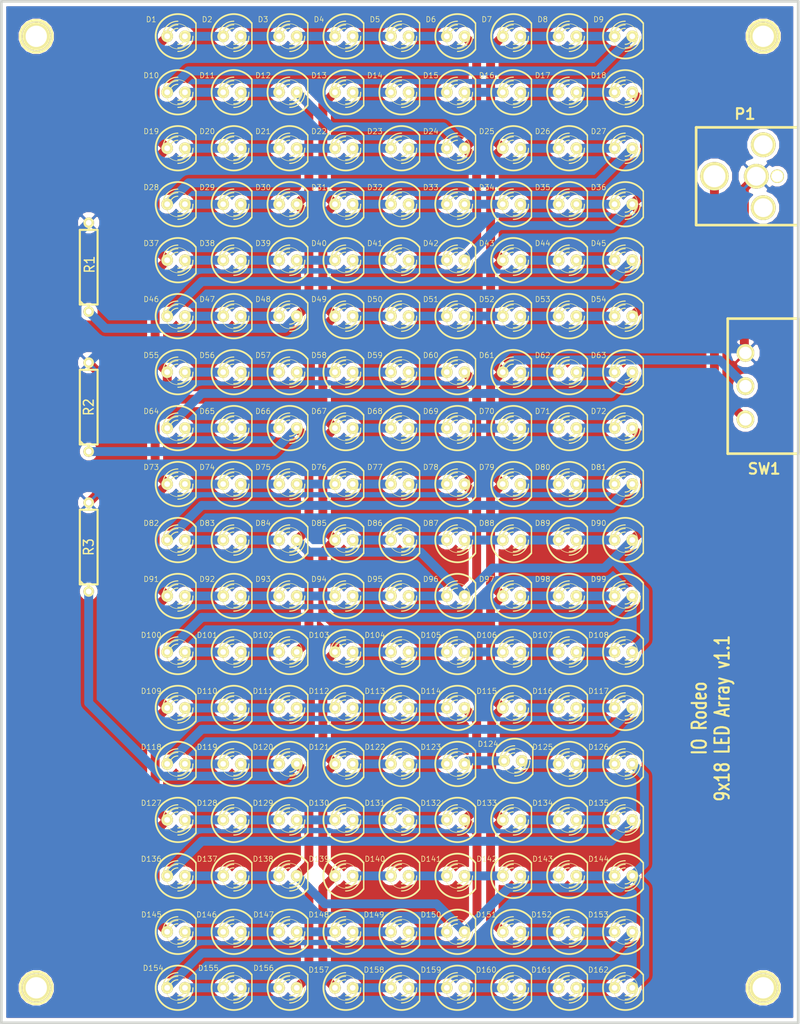
<source format=kicad_pcb>
(kicad_pcb (version 3) (host pcbnew "(2013-mar-13)-testing")
  (title_block (date "30 aug 2012"))
  (layers (15 Front signal) (0 Back signal) (18 B.Paste user) (19 F.Paste user) (20 B.SilkS user) (21 F.SilkS user) (22 B.Mask user) (23 F.Mask user) (28 Edge.Cuts user))
  (net 0 "")
  (net 1 /15V)
  (net 2 GND)
  (net 3 N-000001)
  (net 4 N-0000010)
  (net 5 N-00000100)
  (net 6 N-00000101)
  (net 7 N-00000102)
  (net 8 N-00000103)
  (net 9 N-00000104)
  (net 10 N-00000105)
  (net 11 N-00000106)
  (net 12 N-00000107)
  (net 13 N-00000108)
  (net 14 N-00000109)
  (net 15 N-0000011)
  (net 16 N-00000110)
  (net 17 N-00000111)
  (net 18 N-00000112)
  (net 19 N-00000113)
  (net 20 N-00000114)
  (net 21 N-00000115)
  (net 22 N-00000116)
  (net 23 N-00000117)
  (net 24 N-00000118)
  (net 25 N-00000119)
  (net 26 N-0000012)
  (net 27 N-00000120)
  (net 28 N-00000121)
  (net 29 N-00000122)
  (net 30 N-00000123)
  (net 31 N-00000124)
  (net 32 N-00000125)
  (net 33 N-00000126)
  (net 34 N-00000127)
  (net 35 N-00000128)
  (net 36 N-00000129)
  (net 37 N-0000013)
  (net 38 N-00000130)
  (net 39 N-00000131)
  (net 40 N-00000132)
  (net 41 N-00000133)
  (net 42 N-00000134)
  (net 43 N-00000135)
  (net 44 N-00000136)
  (net 45 N-00000137)
  (net 46 N-00000138)
  (net 47 N-00000139)
  (net 48 N-0000014)
  (net 49 N-00000140)
  (net 50 N-00000141)
  (net 51 N-0000015)
  (net 52 N-0000016)
  (net 53 N-0000017)
  (net 54 N-0000018)
  (net 55 N-0000019)
  (net 56 N-000002)
  (net 57 N-0000020)
  (net 58 N-0000021)
  (net 59 N-0000022)
  (net 60 N-0000023)
  (net 61 N-0000024)
  (net 62 N-0000025)
  (net 63 N-0000026)
  (net 64 N-0000027)
  (net 65 N-0000028)
  (net 66 N-0000029)
  (net 67 N-000003)
  (net 68 N-0000030)
  (net 69 N-0000032)
  (net 70 N-0000033)
  (net 71 N-0000035)
  (net 72 N-0000036)
  (net 73 N-0000037)
  (net 74 N-0000038)
  (net 75 N-0000039)
  (net 76 N-000004)
  (net 77 N-0000040)
  (net 78 N-0000041)
  (net 79 N-0000042)
  (net 80 N-0000043)
  (net 81 N-0000044)
  (net 82 N-0000045)
  (net 83 N-0000046)
  (net 84 N-0000047)
  (net 85 N-0000048)
  (net 86 N-0000049)
  (net 87 N-000005)
  (net 88 N-0000050)
  (net 89 N-0000051)
  (net 90 N-0000052)
  (net 91 N-0000053)
  (net 92 N-0000054)
  (net 93 N-0000055)
  (net 94 N-0000056)
  (net 95 N-0000057)
  (net 96 N-0000058)
  (net 97 N-0000059)
  (net 98 N-000006)
  (net 99 N-0000060)
  (net 100 N-0000061)
  (net 101 N-0000062)
  (net 102 N-0000063)
  (net 103 N-0000064)
  (net 104 N-0000065)
  (net 105 N-0000066)
  (net 106 N-0000067)
  (net 107 N-0000068)
  (net 108 N-0000069)
  (net 109 N-000007)
  (net 110 N-0000070)
  (net 111 N-0000071)
  (net 112 N-0000072)
  (net 113 N-0000073)
  (net 114 N-0000074)
  (net 115 N-0000075)
  (net 116 N-0000076)
  (net 117 N-0000077)
  (net 118 N-0000078)
  (net 119 N-0000079)
  (net 120 N-000008)
  (net 121 N-0000080)
  (net 122 N-0000081)
  (net 123 N-0000082)
  (net 124 N-0000083)
  (net 125 N-0000084)
  (net 126 N-0000085)
  (net 127 N-0000086)
  (net 128 N-0000087)
  (net 129 N-0000088)
  (net 130 N-0000089)
  (net 131 N-000009)
  (net 132 N-0000090)
  (net 133 N-0000091)
  (net 134 N-0000092)
  (net 135 N-0000093)
  (net 136 N-0000094)
  (net 137 N-0000095)
  (net 138 N-0000096)
  (net 139 N-0000097)
  (net 140 N-0000098)
  (net 141 N-0000099)
  (module R5 (layer Front) (at 73.5 73 90)
    (fp_text reference R2 (at 0 0 90) (layer F.SilkS) (effects (font (size 1.397 1.27) (thickness 0.2032))))
    (fp_text value R hide)
    (pad 1 thru_hole circle (at -6.35 0 90) (size 1.524 1.524) (drill 0.8128) (layers *.Cu *.Mask F.SilkS) (net 72 N-0000036))
    (pad 2 thru_hole circle (at 6.35 0 90) (size 1.524 1.524) (drill 0.8128) (layers *.Cu *.Mask F.SilkS) (net 2 GND))
  )
  (module R5 (layer Front) (at 73.5 53 90)
    (fp_text reference R1 (at 0.381 0.127 90) (layer F.SilkS) (effects (font (size 1.397 1.27) (thickness 0.2032))))
    (fp_text value R hide)
    (pad 1 thru_hole circle (at -6.35 0 90) (size 1.524 1.524) (drill 0.8128) (layers *.Cu *.Mask F.SilkS) (net 71 N-0000035))
    (pad 2 thru_hole circle (at 6.35 0 90) (size 1.524 1.524) (drill 0.8128) (layers *.Cu *.Mask F.SilkS) (net 2 GND))
  )
  (module 1pin (layer Front) (at 66 156)
    (fp_text reference M4 hide)
    (fp_text value P*** hide)
    (pad 1 thru_hole circle (at 0 0) (size 4.064 4.064) (drill 3.048) (layers *.Cu *.Mask F.SilkS))
  )
  (module 1pin (layer Front) (at 170 20)
    (fp_text reference M2 hide)
    (fp_text value P*** hide)
    (pad 1 thru_hole circle (at 0 0) (size 4.064 4.064) (drill 3.048) (layers *.Cu *.Mask F.SilkS))
  )
  (module 1pin (layer Front) (at 170 156)
    (fp_text reference M3 hide)
    (fp_text value P*** hide)
    (pad 1 thru_hole circle (at 0 0) (size 4.064 4.064) (drill 3.048) (layers *.Cu *.Mask F.SilkS))
  )
  (module 1pin (layer Front) (at 66 20)
    (fp_text reference M1 hide)
    (fp_text value P*** hide)
    (pad 1 thru_hole circle (at 0 0) (size 4.064 4.064) (drill 3.048) (layers *.Cu *.Mask F.SilkS))
  )
  (module slide_switch (layer Front) (at 170 70 90)
    (fp_text reference SW1 (at -11.8237 0.127 180) (layer F.SilkS) (effects (font (thickness 0.3048))))
    (fp_text value SWITCH_INV hide)
    (pad 1 thru_hole circle (at -4.7498 -2.54 90) (size 2.54 2.54) (drill 1.778) (layers *.Cu *.Mask F.SilkS) (net 1 /15V))
    (pad 2 thru_hole circle (at 0 -2.54 90) (size 2.54 2.54) (drill 1.778) (layers *.Cu *.Mask F.SilkS) (net 57 N-0000020))
    (pad 3 thru_hole circle (at 4.7498 -2.54 90) (size 2.54 2.54) (drill 1.778) (layers *.Cu *.Mask F.SilkS) (net 2 GND))
  )
  (module "CUSTOM2 LED-5MM" (layer Front) (at 86 20)
    (fp_text reference D1 (at -3.556 -2.413) (layer F.SilkS) (effects (font (size 0.762 0.762) (thickness 0.0889))))
    (fp_text value LED hide)
    (pad 1 thru_hole circle (at -1.27 0) (size 1.6764 1.6764) (drill 0.8128) (layers *.Cu *.Mask F.Paste F.SilkS) (net 57 N-0000020))
    (pad 2 thru_hole circle (at 1.27 0) (size 1.6764 1.6764) (drill 0.8128) (layers *.Cu *.Mask F.Paste F.SilkS) (net 47 N-00000139))
  )
  (module "CUSTOM2 LED-5MM" (layer Front) (at 110 76)
    (fp_text reference D67 (at -3.556 -2.413) (layer F.SilkS) (effects (font (size 0.762 0.762) (thickness 0.0889))))
    (fp_text value LED hide)
    (pad 1 thru_hole circle (at -1.27 0) (size 1.6764 1.6764) (drill 0.8128) (layers *.Cu *.Mask F.Paste F.SilkS) (net 57 N-0000020))
    (pad 2 thru_hole circle (at 1.27 0) (size 1.6764 1.6764) (drill 0.8128) (layers *.Cu *.Mask F.Paste F.SilkS) (net 137 N-0000095))
  )
  (module "CUSTOM2 LED-5MM" (layer Front) (at 118 76)
    (fp_text reference D68 (at -3.556 -2.413) (layer F.SilkS) (effects (font (size 0.762 0.762) (thickness 0.0889))))
    (fp_text value LED hide)
    (pad 1 thru_hole circle (at -1.27 0) (size 1.6764 1.6764) (drill 0.8128) (layers *.Cu *.Mask F.Paste F.SilkS) (net 137 N-0000095))
    (pad 2 thru_hole circle (at 1.27 0) (size 1.6764 1.6764) (drill 0.8128) (layers *.Cu *.Mask F.Paste F.SilkS) (net 136 N-0000094))
  )
  (module "CUSTOM2 LED-5MM" (layer Front) (at 126 76)
    (fp_text reference D69 (at -3.556 -2.413) (layer F.SilkS) (effects (font (size 0.762 0.762) (thickness 0.0889))))
    (fp_text value LED hide)
    (pad 1 thru_hole circle (at -1.27 0) (size 1.6764 1.6764) (drill 0.8128) (layers *.Cu *.Mask F.Paste F.SilkS) (net 136 N-0000094))
    (pad 2 thru_hole circle (at 1.27 0) (size 1.6764 1.6764) (drill 0.8128) (layers *.Cu *.Mask F.Paste F.SilkS) (net 135 N-0000093))
  )
  (module "CUSTOM2 LED-5MM" (layer Front) (at 134 76)
    (fp_text reference D70 (at -3.556 -2.413) (layer F.SilkS) (effects (font (size 0.762 0.762) (thickness 0.0889))))
    (fp_text value LED hide)
    (pad 1 thru_hole circle (at -1.27 0) (size 1.6764 1.6764) (drill 0.8128) (layers *.Cu *.Mask F.Paste F.SilkS) (net 135 N-0000093))
    (pad 2 thru_hole circle (at 1.27 0) (size 1.6764 1.6764) (drill 0.8128) (layers *.Cu *.Mask F.Paste F.SilkS) (net 134 N-0000092))
  )
  (module "CUSTOM2 LED-5MM" (layer Front) (at 142 76)
    (fp_text reference D71 (at -3.556 -2.413) (layer F.SilkS) (effects (font (size 0.762 0.762) (thickness 0.0889))))
    (fp_text value LED hide)
    (pad 1 thru_hole circle (at -1.27 0) (size 1.6764 1.6764) (drill 0.8128) (layers *.Cu *.Mask F.Paste F.SilkS) (net 134 N-0000092))
    (pad 2 thru_hole circle (at 1.27 0) (size 1.6764 1.6764) (drill 0.8128) (layers *.Cu *.Mask F.Paste F.SilkS) (net 30 N-00000123))
  )
  (module "CUSTOM2 LED-5MM" (layer Front) (at 150 76)
    (fp_text reference D72 (at -3.556 -2.413) (layer F.SilkS) (effects (font (size 0.762 0.762) (thickness 0.0889))))
    (fp_text value LED hide)
    (pad 1 thru_hole circle (at -1.27 0) (size 1.6764 1.6764) (drill 0.8128) (layers *.Cu *.Mask F.Paste F.SilkS) (net 30 N-00000123))
    (pad 2 thru_hole circle (at 1.27 0) (size 1.6764 1.6764) (drill 0.8128) (layers *.Cu *.Mask F.Paste F.SilkS) (net 72 N-0000036))
  )
  (module "CUSTOM2 LED-5MM" (layer Front) (at 94 76)
    (fp_text reference D65 (at -3.556 -2.413) (layer F.SilkS) (effects (font (size 0.762 0.762) (thickness 0.0889))))
    (fp_text value LED hide)
    (pad 1 thru_hole circle (at -1.27 0) (size 1.6764 1.6764) (drill 0.8128) (layers *.Cu *.Mask F.Paste F.SilkS) (net 133 N-0000091))
    (pad 2 thru_hole circle (at 1.27 0) (size 1.6764 1.6764) (drill 0.8128) (layers *.Cu *.Mask F.Paste F.SilkS) (net 9 N-00000104))
  )
  (module "CUSTOM2 LED-5MM" (layer Front) (at 102 76)
    (fp_text reference D66 (at -3.556 -2.413) (layer F.SilkS) (effects (font (size 0.762 0.762) (thickness 0.0889))))
    (fp_text value LED hide)
    (pad 1 thru_hole circle (at -1.27 0) (size 1.6764 1.6764) (drill 0.8128) (layers *.Cu *.Mask F.Paste F.SilkS) (net 9 N-00000104))
    (pad 2 thru_hole circle (at 1.27 0) (size 1.6764 1.6764) (drill 0.8128) (layers *.Cu *.Mask F.Paste F.SilkS) (net 72 N-0000036))
  )
  (module "CUSTOM2 LED-5MM" (layer Front) (at 102 68)
    (fp_text reference D57 (at -3.556 -2.413) (layer F.SilkS) (effects (font (size 0.762 0.762) (thickness 0.0889))))
    (fp_text value LED hide)
    (pad 1 thru_hole circle (at -1.27 0) (size 1.6764 1.6764) (drill 0.8128) (layers *.Cu *.Mask F.Paste F.SilkS) (net 139 N-0000097))
    (pad 2 thru_hole circle (at 1.27 0) (size 1.6764 1.6764) (drill 0.8128) (layers *.Cu *.Mask F.Paste F.SilkS) (net 140 N-0000098))
  )
  (module "CUSTOM2 LED-5MM" (layer Front) (at 110 68)
    (fp_text reference D58 (at -3.556 -2.413) (layer F.SilkS) (effects (font (size 0.762 0.762) (thickness 0.0889))))
    (fp_text value LED hide)
    (pad 1 thru_hole circle (at -1.27 0) (size 1.6764 1.6764) (drill 0.8128) (layers *.Cu *.Mask F.Paste F.SilkS) (net 140 N-0000098))
    (pad 2 thru_hole circle (at 1.27 0) (size 1.6764 1.6764) (drill 0.8128) (layers *.Cu *.Mask F.Paste F.SilkS) (net 141 N-0000099))
  )
  (module "CUSTOM2 LED-5MM" (layer Front) (at 118 68)
    (fp_text reference D59 (at -3.556 -2.413) (layer F.SilkS) (effects (font (size 0.762 0.762) (thickness 0.0889))))
    (fp_text value LED hide)
    (pad 1 thru_hole circle (at -1.27 0) (size 1.6764 1.6764) (drill 0.8128) (layers *.Cu *.Mask F.Paste F.SilkS) (net 141 N-0000099))
    (pad 2 thru_hole circle (at 1.27 0) (size 1.6764 1.6764) (drill 0.8128) (layers *.Cu *.Mask F.Paste F.SilkS) (net 25 N-00000119))
  )
  (module "CUSTOM2 LED-5MM" (layer Front) (at 126 68)
    (fp_text reference D60 (at -3.556 -2.413) (layer F.SilkS) (effects (font (size 0.762 0.762) (thickness 0.0889))))
    (fp_text value LED hide)
    (pad 1 thru_hole circle (at -1.27 0) (size 1.6764 1.6764) (drill 0.8128) (layers *.Cu *.Mask F.Paste F.SilkS) (net 25 N-00000119))
    (pad 2 thru_hole circle (at 1.27 0) (size 1.6764 1.6764) (drill 0.8128) (layers *.Cu *.Mask F.Paste F.SilkS) (net 72 N-0000036))
  )
  (module "CUSTOM2 LED-5MM" (layer Front) (at 134 68)
    (fp_text reference D61 (at -3.556 -2.413) (layer F.SilkS) (effects (font (size 0.762 0.762) (thickness 0.0889))))
    (fp_text value LED hide)
    (pad 1 thru_hole circle (at -1.27 0) (size 1.6764 1.6764) (drill 0.8128) (layers *.Cu *.Mask F.Paste F.SilkS) (net 57 N-0000020))
    (pad 2 thru_hole circle (at 1.27 0) (size 1.6764 1.6764) (drill 0.8128) (layers *.Cu *.Mask F.Paste F.SilkS) (net 105 N-0000066))
  )
  (module "CUSTOM2 LED-5MM" (layer Front) (at 142 68)
    (fp_text reference D62 (at -3.556 -2.413) (layer F.SilkS) (effects (font (size 0.762 0.762) (thickness 0.0889))))
    (fp_text value LED hide)
    (pad 1 thru_hole circle (at -1.27 0) (size 1.6764 1.6764) (drill 0.8128) (layers *.Cu *.Mask F.Paste F.SilkS) (net 105 N-0000066))
    (pad 2 thru_hole circle (at 1.27 0) (size 1.6764 1.6764) (drill 0.8128) (layers *.Cu *.Mask F.Paste F.SilkS) (net 106 N-0000067))
  )
  (module "CUSTOM2 LED-5MM" (layer Front) (at 150 68)
    (fp_text reference D63 (at -3.556 -2.413) (layer F.SilkS) (effects (font (size 0.762 0.762) (thickness 0.0889))))
    (fp_text value LED hide)
    (pad 1 thru_hole circle (at -1.27 0) (size 1.6764 1.6764) (drill 0.8128) (layers *.Cu *.Mask F.Paste F.SilkS) (net 106 N-0000067))
    (pad 2 thru_hole circle (at 1.27 0) (size 1.6764 1.6764) (drill 0.8128) (layers *.Cu *.Mask F.Paste F.SilkS) (net 132 N-0000090))
  )
  (module "CUSTOM2 LED-5MM" (layer Front) (at 94 68)
    (fp_text reference D56 (at -3.556 -2.413) (layer F.SilkS) (effects (font (size 0.762 0.762) (thickness 0.0889))))
    (fp_text value LED hide)
    (pad 1 thru_hole circle (at -1.27 0) (size 1.6764 1.6764) (drill 0.8128) (layers *.Cu *.Mask F.Paste F.SilkS) (net 138 N-0000096))
    (pad 2 thru_hole circle (at 1.27 0) (size 1.6764 1.6764) (drill 0.8128) (layers *.Cu *.Mask F.Paste F.SilkS) (net 139 N-0000097))
  )
  (module "CUSTOM2 LED-5MM" (layer Front) (at 102 60)
    (fp_text reference D48 (at -3.556 -2.413) (layer F.SilkS) (effects (font (size 0.762 0.762) (thickness 0.0889))))
    (fp_text value LED hide)
    (pad 1 thru_hole circle (at -1.27 0) (size 1.6764 1.6764) (drill 0.8128) (layers *.Cu *.Mask F.Paste F.SilkS) (net 24 N-00000118))
    (pad 2 thru_hole circle (at 1.27 0) (size 1.6764 1.6764) (drill 0.8128) (layers *.Cu *.Mask F.Paste F.SilkS) (net 71 N-0000035))
  )
  (module "CUSTOM2 LED-5MM" (layer Front) (at 110 60)
    (fp_text reference D49 (at -3.556 -2.413) (layer F.SilkS) (effects (font (size 0.762 0.762) (thickness 0.0889))))
    (fp_text value LED hide)
    (pad 1 thru_hole circle (at -1.27 0) (size 1.6764 1.6764) (drill 0.8128) (layers *.Cu *.Mask F.Paste F.SilkS) (net 57 N-0000020))
    (pad 2 thru_hole circle (at 1.27 0) (size 1.6764 1.6764) (drill 0.8128) (layers *.Cu *.Mask F.Paste F.SilkS) (net 8 N-00000103))
  )
  (module "CUSTOM2 LED-5MM" (layer Front) (at 118 60)
    (fp_text reference D50 (at -3.556 -2.413) (layer F.SilkS) (effects (font (size 0.762 0.762) (thickness 0.0889))))
    (fp_text value LED hide)
    (pad 1 thru_hole circle (at -1.27 0) (size 1.6764 1.6764) (drill 0.8128) (layers *.Cu *.Mask F.Paste F.SilkS) (net 8 N-00000103))
    (pad 2 thru_hole circle (at 1.27 0) (size 1.6764 1.6764) (drill 0.8128) (layers *.Cu *.Mask F.Paste F.SilkS) (net 7 N-00000102))
  )
  (module "CUSTOM2 LED-5MM" (layer Front) (at 126 60)
    (fp_text reference D51 (at -3.556 -2.413) (layer F.SilkS) (effects (font (size 0.762 0.762) (thickness 0.0889))))
    (fp_text value LED hide)
    (pad 1 thru_hole circle (at -1.27 0) (size 1.6764 1.6764) (drill 0.8128) (layers *.Cu *.Mask F.Paste F.SilkS) (net 7 N-00000102))
    (pad 2 thru_hole circle (at 1.27 0) (size 1.6764 1.6764) (drill 0.8128) (layers *.Cu *.Mask F.Paste F.SilkS) (net 6 N-00000101))
  )
  (module "CUSTOM2 LED-5MM" (layer Front) (at 134 60)
    (fp_text reference D52 (at -3.556 -2.413) (layer F.SilkS) (effects (font (size 0.762 0.762) (thickness 0.0889))))
    (fp_text value LED hide)
    (pad 1 thru_hole circle (at -1.27 0) (size 1.6764 1.6764) (drill 0.8128) (layers *.Cu *.Mask F.Paste F.SilkS) (net 6 N-00000101))
    (pad 2 thru_hole circle (at 1.27 0) (size 1.6764 1.6764) (drill 0.8128) (layers *.Cu *.Mask F.Paste F.SilkS) (net 5 N-00000100))
  )
  (module "CUSTOM2 LED-5MM" (layer Front) (at 142 60)
    (fp_text reference D53 (at -3.556 -2.413) (layer F.SilkS) (effects (font (size 0.762 0.762) (thickness 0.0889))))
    (fp_text value LED hide)
    (pad 1 thru_hole circle (at -1.27 0) (size 1.6764 1.6764) (drill 0.8128) (layers *.Cu *.Mask F.Paste F.SilkS) (net 5 N-00000100))
    (pad 2 thru_hole circle (at 1.27 0) (size 1.6764 1.6764) (drill 0.8128) (layers *.Cu *.Mask F.Paste F.SilkS) (net 27 N-00000120))
  )
  (module "CUSTOM2 LED-5MM" (layer Front) (at 150 60)
    (fp_text reference D54 (at -3.556 -2.413) (layer F.SilkS) (effects (font (size 0.762 0.762) (thickness 0.0889))))
    (fp_text value LED hide)
    (pad 1 thru_hole circle (at -1.27 0) (size 1.6764 1.6764) (drill 0.8128) (layers *.Cu *.Mask F.Paste F.SilkS) (net 27 N-00000120))
    (pad 2 thru_hole circle (at 1.27 0) (size 1.6764 1.6764) (drill 0.8128) (layers *.Cu *.Mask F.Paste F.SilkS) (net 71 N-0000035))
  )
  (module "CUSTOM2 LED-5MM" (layer Front) (at 94 60)
    (fp_text reference D47 (at -3.556 -2.413) (layer F.SilkS) (effects (font (size 0.762 0.762) (thickness 0.0889))))
    (fp_text value LED hide)
    (pad 1 thru_hole circle (at -1.27 0) (size 1.6764 1.6764) (drill 0.8128) (layers *.Cu *.Mask F.Paste F.SilkS) (net 107 N-0000068))
    (pad 2 thru_hole circle (at 1.27 0) (size 1.6764 1.6764) (drill 0.8128) (layers *.Cu *.Mask F.Paste F.SilkS) (net 24 N-00000118))
  )
  (module "CUSTOM2 LED-5MM" (layer Front) (at 94 52)
    (fp_text reference D38 (at -3.556 -2.413) (layer F.SilkS) (effects (font (size 0.762 0.762) (thickness 0.0889))))
    (fp_text value LED hide)
    (pad 1 thru_hole circle (at -1.27 0) (size 1.6764 1.6764) (drill 0.8128) (layers *.Cu *.Mask F.Paste F.SilkS) (net 41 N-00000133))
    (pad 2 thru_hole circle (at 1.27 0) (size 1.6764 1.6764) (drill 0.8128) (layers *.Cu *.Mask F.Paste F.SilkS) (net 42 N-00000134))
  )
  (module "CUSTOM2 LED-5MM" (layer Front) (at 102 52)
    (fp_text reference D39 (at -3.556 -2.413) (layer F.SilkS) (effects (font (size 0.762 0.762) (thickness 0.0889))))
    (fp_text value LED hide)
    (pad 1 thru_hole circle (at -1.27 0) (size 1.6764 1.6764) (drill 0.8128) (layers *.Cu *.Mask F.Paste F.SilkS) (net 42 N-00000134))
    (pad 2 thru_hole circle (at 1.27 0) (size 1.6764 1.6764) (drill 0.8128) (layers *.Cu *.Mask F.Paste F.SilkS) (net 43 N-00000135))
  )
  (module "CUSTOM2 LED-5MM" (layer Front) (at 118 52)
    (fp_text reference D41 (at -3.556 -2.413) (layer F.SilkS) (effects (font (size 0.762 0.762) (thickness 0.0889))))
    (fp_text value LED hide)
    (pad 1 thru_hole circle (at -1.27 0) (size 1.6764 1.6764) (drill 0.8128) (layers *.Cu *.Mask F.Paste F.SilkS) (net 23 N-00000117))
    (pad 2 thru_hole circle (at 1.27 0) (size 1.6764 1.6764) (drill 0.8128) (layers *.Cu *.Mask F.Paste F.SilkS) (net 22 N-00000116))
  )
  (module "CUSTOM2 LED-5MM" (layer Front) (at 110 52)
    (fp_text reference D40 (at -3.556 -2.413) (layer F.SilkS) (effects (font (size 0.762 0.762) (thickness 0.0889))))
    (fp_text value LED hide)
    (pad 1 thru_hole circle (at -1.27 0) (size 1.6764 1.6764) (drill 0.8128) (layers *.Cu *.Mask F.Paste F.SilkS) (net 43 N-00000135))
    (pad 2 thru_hole circle (at 1.27 0) (size 1.6764 1.6764) (drill 0.8128) (layers *.Cu *.Mask F.Paste F.SilkS) (net 23 N-00000117))
  )
  (module "CUSTOM2 LED-5MM" (layer Front) (at 126 52)
    (fp_text reference D42 (at -3.556 -2.413) (layer F.SilkS) (effects (font (size 0.762 0.762) (thickness 0.0889))))
    (fp_text value LED hide)
    (pad 1 thru_hole circle (at -1.27 0) (size 1.6764 1.6764) (drill 0.8128) (layers *.Cu *.Mask F.Paste F.SilkS) (net 22 N-00000116))
    (pad 2 thru_hole circle (at 1.27 0) (size 1.6764 1.6764) (drill 0.8128) (layers *.Cu *.Mask F.Paste F.SilkS) (net 71 N-0000035))
  )
  (module "CUSTOM2 LED-5MM" (layer Front) (at 134 52)
    (fp_text reference D43 (at -3.556 -2.413) (layer F.SilkS) (effects (font (size 0.762 0.762) (thickness 0.0889))))
    (fp_text value LED hide)
    (pad 1 thru_hole circle (at -1.27 0) (size 1.6764 1.6764) (drill 0.8128) (layers *.Cu *.Mask F.Paste F.SilkS) (net 57 N-0000020))
    (pad 2 thru_hole circle (at 1.27 0) (size 1.6764 1.6764) (drill 0.8128) (layers *.Cu *.Mask F.Paste F.SilkS) (net 111 N-0000071))
  )
  (module "CUSTOM2 LED-5MM" (layer Front) (at 142 52)
    (fp_text reference D44 (at -3.556 -2.413) (layer F.SilkS) (effects (font (size 0.762 0.762) (thickness 0.0889))))
    (fp_text value LED hide)
    (pad 1 thru_hole circle (at -1.27 0) (size 1.6764 1.6764) (drill 0.8128) (layers *.Cu *.Mask F.Paste F.SilkS) (net 111 N-0000071))
    (pad 2 thru_hole circle (at 1.27 0) (size 1.6764 1.6764) (drill 0.8128) (layers *.Cu *.Mask F.Paste F.SilkS) (net 110 N-0000070))
  )
  (module "CUSTOM2 LED-5MM" (layer Front) (at 150 52)
    (fp_text reference D45 (at -3.556 -2.413) (layer F.SilkS) (effects (font (size 0.762 0.762) (thickness 0.0889))))
    (fp_text value LED hide)
    (pad 1 thru_hole circle (at -1.27 0) (size 1.6764 1.6764) (drill 0.8128) (layers *.Cu *.Mask F.Paste F.SilkS) (net 110 N-0000070))
    (pad 2 thru_hole circle (at 1.27 0) (size 1.6764 1.6764) (drill 0.8128) (layers *.Cu *.Mask F.Paste F.SilkS) (net 108 N-0000069))
  )
  (module "CUSTOM2 LED-5MM" (layer Front) (at 86 52)
    (fp_text reference D37 (at -3.556 -2.413) (layer F.SilkS) (effects (font (size 0.762 0.762) (thickness 0.0889))))
    (fp_text value LED hide)
    (pad 1 thru_hole circle (at -1.27 0) (size 1.6764 1.6764) (drill 0.8128) (layers *.Cu *.Mask F.Paste F.SilkS) (net 57 N-0000020))
    (pad 2 thru_hole circle (at 1.27 0) (size 1.6764 1.6764) (drill 0.8128) (layers *.Cu *.Mask F.Paste F.SilkS) (net 41 N-00000133))
  )
  (module "CUSTOM2 LED-5MM" (layer Front) (at 86 60)
    (fp_text reference D46 (at -3.556 -2.413) (layer F.SilkS) (effects (font (size 0.762 0.762) (thickness 0.0889))))
    (fp_text value LED hide)
    (pad 1 thru_hole circle (at -1.27 0) (size 1.6764 1.6764) (drill 0.8128) (layers *.Cu *.Mask F.Paste F.SilkS) (net 108 N-0000069))
    (pad 2 thru_hole circle (at 1.27 0) (size 1.6764 1.6764) (drill 0.8128) (layers *.Cu *.Mask F.Paste F.SilkS) (net 107 N-0000068))
  )
  (module "CUSTOM2 LED-5MM" (layer Front) (at 86 68)
    (fp_text reference D55 (at -3.556 -2.413) (layer F.SilkS) (effects (font (size 0.762 0.762) (thickness 0.0889))))
    (fp_text value LED hide)
    (pad 1 thru_hole circle (at -1.27 0) (size 1.6764 1.6764) (drill 0.8128) (layers *.Cu *.Mask F.Paste F.SilkS) (net 57 N-0000020))
    (pad 2 thru_hole circle (at 1.27 0) (size 1.6764 1.6764) (drill 0.8128) (layers *.Cu *.Mask F.Paste F.SilkS) (net 138 N-0000096))
  )
  (module "CUSTOM2 LED-5MM" (layer Front) (at 86 76)
    (fp_text reference D64 (at -3.556 -2.413) (layer F.SilkS) (effects (font (size 0.762 0.762) (thickness 0.0889))))
    (fp_text value LED hide)
    (pad 1 thru_hole circle (at -1.27 0) (size 1.6764 1.6764) (drill 0.8128) (layers *.Cu *.Mask F.Paste F.SilkS) (net 132 N-0000090))
    (pad 2 thru_hole circle (at 1.27 0) (size 1.6764 1.6764) (drill 0.8128) (layers *.Cu *.Mask F.Paste F.SilkS) (net 133 N-0000091))
  )
  (module "CUSTOM2 LED-5MM" (layer Front) (at 150 44)
    (fp_text reference D36 (at -3.556 -2.413) (layer F.SilkS) (effects (font (size 0.762 0.762) (thickness 0.0889))))
    (fp_text value LED hide)
    (pad 1 thru_hole circle (at -1.27 0) (size 1.6764 1.6764) (drill 0.8128) (layers *.Cu *.Mask F.Paste F.SilkS) (net 14 N-00000109))
    (pad 2 thru_hole circle (at 1.27 0) (size 1.6764 1.6764) (drill 0.8128) (layers *.Cu *.Mask F.Paste F.SilkS) (net 71 N-0000035))
  )
  (module "CUSTOM2 LED-5MM" (layer Front) (at 94 44)
    (fp_text reference D29 (at -3.556 -2.413) (layer F.SilkS) (effects (font (size 0.762 0.762) (thickness 0.0889))))
    (fp_text value LED hide)
    (pad 1 thru_hole circle (at -1.27 0) (size 1.6764 1.6764) (drill 0.8128) (layers *.Cu *.Mask F.Paste F.SilkS) (net 116 N-0000076))
    (pad 2 thru_hole circle (at 1.27 0) (size 1.6764 1.6764) (drill 0.8128) (layers *.Cu *.Mask F.Paste F.SilkS) (net 16 N-00000110))
  )
  (module "CUSTOM2 LED-5MM" (layer Front) (at 102 44)
    (fp_text reference D30 (at -3.556 -2.413) (layer F.SilkS) (effects (font (size 0.762 0.762) (thickness 0.0889))))
    (fp_text value LED hide)
    (pad 1 thru_hole circle (at -1.27 0) (size 1.6764 1.6764) (drill 0.8128) (layers *.Cu *.Mask F.Paste F.SilkS) (net 16 N-00000110))
    (pad 2 thru_hole circle (at 1.27 0) (size 1.6764 1.6764) (drill 0.8128) (layers *.Cu *.Mask F.Paste F.SilkS) (net 71 N-0000035))
  )
  (module "CUSTOM2 LED-5MM" (layer Front) (at 110 44)
    (fp_text reference D31 (at -3.556 -2.413) (layer F.SilkS) (effects (font (size 0.762 0.762) (thickness 0.0889))))
    (fp_text value LED hide)
    (pad 1 thru_hole circle (at -1.27 0) (size 1.6764 1.6764) (drill 0.8128) (layers *.Cu *.Mask F.Paste F.SilkS) (net 57 N-0000020))
    (pad 2 thru_hole circle (at 1.27 0) (size 1.6764 1.6764) (drill 0.8128) (layers *.Cu *.Mask F.Paste F.SilkS) (net 112 N-0000072))
  )
  (module "CUSTOM2 LED-5MM" (layer Front) (at 118 44)
    (fp_text reference D32 (at -3.556 -2.413) (layer F.SilkS) (effects (font (size 0.762 0.762) (thickness 0.0889))))
    (fp_text value LED hide)
    (pad 1 thru_hole circle (at -1.27 0) (size 1.6764 1.6764) (drill 0.8128) (layers *.Cu *.Mask F.Paste F.SilkS) (net 112 N-0000072))
    (pad 2 thru_hole circle (at 1.27 0) (size 1.6764 1.6764) (drill 0.8128) (layers *.Cu *.Mask F.Paste F.SilkS) (net 113 N-0000073))
  )
  (module "CUSTOM2 LED-5MM" (layer Front) (at 126 44)
    (fp_text reference D33 (at -3.556 -2.413) (layer F.SilkS) (effects (font (size 0.762 0.762) (thickness 0.0889))))
    (fp_text value LED hide)
    (pad 1 thru_hole circle (at -1.27 0) (size 1.6764 1.6764) (drill 0.8128) (layers *.Cu *.Mask F.Paste F.SilkS) (net 113 N-0000073))
    (pad 2 thru_hole circle (at 1.27 0) (size 1.6764 1.6764) (drill 0.8128) (layers *.Cu *.Mask F.Paste F.SilkS) (net 114 N-0000074))
  )
  (module "CUSTOM2 LED-5MM" (layer Front) (at 134 44)
    (fp_text reference D34 (at -3.556 -2.413) (layer F.SilkS) (effects (font (size 0.762 0.762) (thickness 0.0889))))
    (fp_text value LED hide)
    (pad 1 thru_hole circle (at -1.27 0) (size 1.6764 1.6764) (drill 0.8128) (layers *.Cu *.Mask F.Paste F.SilkS) (net 114 N-0000074))
    (pad 2 thru_hole circle (at 1.27 0) (size 1.6764 1.6764) (drill 0.8128) (layers *.Cu *.Mask F.Paste F.SilkS) (net 115 N-0000075))
  )
  (module "CUSTOM2 LED-5MM" (layer Front) (at 142 44)
    (fp_text reference D35 (at -3.556 -2.413) (layer F.SilkS) (effects (font (size 0.762 0.762) (thickness 0.0889))))
    (fp_text value LED hide)
    (pad 1 thru_hole circle (at -1.27 0) (size 1.6764 1.6764) (drill 0.8128) (layers *.Cu *.Mask F.Paste F.SilkS) (net 115 N-0000075))
    (pad 2 thru_hole circle (at 1.27 0) (size 1.6764 1.6764) (drill 0.8128) (layers *.Cu *.Mask F.Paste F.SilkS) (net 14 N-00000109))
  )
  (module "CUSTOM2 LED-5MM" (layer Front) (at 86 44)
    (fp_text reference D28 (at -3.556 -2.413) (layer F.SilkS) (effects (font (size 0.762 0.762) (thickness 0.0889))))
    (fp_text value LED hide)
    (pad 1 thru_hole circle (at -1.27 0) (size 1.6764 1.6764) (drill 0.8128) (layers *.Cu *.Mask F.Paste F.SilkS) (net 117 N-0000077))
    (pad 2 thru_hole circle (at 1.27 0) (size 1.6764 1.6764) (drill 0.8128) (layers *.Cu *.Mask F.Paste F.SilkS) (net 116 N-0000076))
  )
  (module "CUSTOM2 LED-5MM" (layer Front) (at 142 36)
    (fp_text reference D26 (at -3.556 -2.413) (layer F.SilkS) (effects (font (size 0.762 0.762) (thickness 0.0889))))
    (fp_text value LED hide)
    (pad 1 thru_hole circle (at -1.27 0) (size 1.6764 1.6764) (drill 0.8128) (layers *.Cu *.Mask F.Paste F.SilkS) (net 119 N-0000079))
    (pad 2 thru_hole circle (at 1.27 0) (size 1.6764 1.6764) (drill 0.8128) (layers *.Cu *.Mask F.Paste F.SilkS) (net 118 N-0000078))
  )
  (module "CUSTOM2 LED-5MM" (layer Front) (at 150 36)
    (fp_text reference D27 (at -3.556 -2.413) (layer F.SilkS) (effects (font (size 0.762 0.762) (thickness 0.0889))))
    (fp_text value LED hide)
    (pad 1 thru_hole circle (at -1.27 0) (size 1.6764 1.6764) (drill 0.8128) (layers *.Cu *.Mask F.Paste F.SilkS) (net 118 N-0000078))
    (pad 2 thru_hole circle (at 1.27 0) (size 1.6764 1.6764) (drill 0.8128) (layers *.Cu *.Mask F.Paste F.SilkS) (net 117 N-0000077))
  )
  (module "CUSTOM2 LED-5MM" (layer Front) (at 94 36)
    (fp_text reference D20 (at -3.556 -2.413) (layer F.SilkS) (effects (font (size 0.762 0.762) (thickness 0.0889))))
    (fp_text value LED hide)
    (pad 1 thru_hole circle (at -1.27 0) (size 1.6764 1.6764) (drill 0.8128) (layers *.Cu *.Mask F.Paste F.SilkS) (net 34 N-00000127))
    (pad 2 thru_hole circle (at 1.27 0) (size 1.6764 1.6764) (drill 0.8128) (layers *.Cu *.Mask F.Paste F.SilkS) (net 35 N-00000128))
  )
  (module "CUSTOM2 LED-5MM" (layer Front) (at 102 36)
    (fp_text reference D21 (at -3.556 -2.413) (layer F.SilkS) (effects (font (size 0.762 0.762) (thickness 0.0889))))
    (fp_text value LED hide)
    (pad 1 thru_hole circle (at -1.27 0) (size 1.6764 1.6764) (drill 0.8128) (layers *.Cu *.Mask F.Paste F.SilkS) (net 35 N-00000128))
    (pad 2 thru_hole circle (at 1.27 0) (size 1.6764 1.6764) (drill 0.8128) (layers *.Cu *.Mask F.Paste F.SilkS) (net 36 N-00000129))
  )
  (module "CUSTOM2 LED-5MM" (layer Front) (at 110 36)
    (fp_text reference D22 (at -3.556 -2.413) (layer F.SilkS) (effects (font (size 0.762 0.762) (thickness 0.0889))))
    (fp_text value LED hide)
    (pad 1 thru_hole circle (at -1.27 0) (size 1.6764 1.6764) (drill 0.8128) (layers *.Cu *.Mask F.Paste F.SilkS) (net 36 N-00000129))
    (pad 2 thru_hole circle (at 1.27 0) (size 1.6764 1.6764) (drill 0.8128) (layers *.Cu *.Mask F.Paste F.SilkS) (net 13 N-00000108))
  )
  (module "CUSTOM2 LED-5MM" (layer Front) (at 118 36)
    (fp_text reference D23 (at -3.556 -2.413) (layer F.SilkS) (effects (font (size 0.762 0.762) (thickness 0.0889))))
    (fp_text value LED hide)
    (pad 1 thru_hole circle (at -1.27 0) (size 1.6764 1.6764) (drill 0.8128) (layers *.Cu *.Mask F.Paste F.SilkS) (net 13 N-00000108))
    (pad 2 thru_hole circle (at 1.27 0) (size 1.6764 1.6764) (drill 0.8128) (layers *.Cu *.Mask F.Paste F.SilkS) (net 12 N-00000107))
  )
  (module "CUSTOM2 LED-5MM" (layer Front) (at 126 36)
    (fp_text reference D24 (at -3.556 -2.413) (layer F.SilkS) (effects (font (size 0.762 0.762) (thickness 0.0889))))
    (fp_text value LED hide)
    (pad 1 thru_hole circle (at -1.27 0) (size 1.6764 1.6764) (drill 0.8128) (layers *.Cu *.Mask F.Paste F.SilkS) (net 12 N-00000107))
    (pad 2 thru_hole circle (at 1.27 0) (size 1.6764 1.6764) (drill 0.8128) (layers *.Cu *.Mask F.Paste F.SilkS) (net 71 N-0000035))
  )
  (module "CUSTOM2 LED-5MM" (layer Front) (at 134 36)
    (fp_text reference D25 (at -3.556 -2.413) (layer F.SilkS) (effects (font (size 0.762 0.762) (thickness 0.0889))))
    (fp_text value LED hide)
    (pad 1 thru_hole circle (at -1.27 0) (size 1.6764 1.6764) (drill 0.8128) (layers *.Cu *.Mask F.Paste F.SilkS) (net 57 N-0000020))
    (pad 2 thru_hole circle (at 1.27 0) (size 1.6764 1.6764) (drill 0.8128) (layers *.Cu *.Mask F.Paste F.SilkS) (net 119 N-0000079))
  )
  (module "CUSTOM2 LED-5MM" (layer Front) (at 150 28)
    (fp_text reference D18 (at -3.556 -2.413) (layer F.SilkS) (effects (font (size 0.762 0.762) (thickness 0.0889))))
    (fp_text value LED hide)
    (pad 1 thru_hole circle (at -1.27 0) (size 1.6764 1.6764) (drill 0.8128) (layers *.Cu *.Mask F.Paste F.SilkS) (net 10 N-00000105))
    (pad 2 thru_hole circle (at 1.27 0) (size 1.6764 1.6764) (drill 0.8128) (layers *.Cu *.Mask F.Paste F.SilkS) (net 71 N-0000035))
  )
  (module "CUSTOM2 LED-5MM" (layer Front) (at 142 28)
    (fp_text reference D17 (at -3.556 -2.413) (layer F.SilkS) (effects (font (size 0.762 0.762) (thickness 0.0889))))
    (fp_text value LED hide)
    (pad 1 thru_hole circle (at -1.27 0) (size 1.6764 1.6764) (drill 0.8128) (layers *.Cu *.Mask F.Paste F.SilkS) (net 11 N-00000106))
    (pad 2 thru_hole circle (at 1.27 0) (size 1.6764 1.6764) (drill 0.8128) (layers *.Cu *.Mask F.Paste F.SilkS) (net 10 N-00000105))
  )
  (module "CUSTOM2 LED-5MM" (layer Front) (at 134 28)
    (fp_text reference D16 (at -3.556 -2.413) (layer F.SilkS) (effects (font (size 0.762 0.762) (thickness 0.0889))))
    (fp_text value LED hide)
    (pad 1 thru_hole circle (at -1.27 0) (size 1.6764 1.6764) (drill 0.8128) (layers *.Cu *.Mask F.Paste F.SilkS) (net 38 N-00000130))
    (pad 2 thru_hole circle (at 1.27 0) (size 1.6764 1.6764) (drill 0.8128) (layers *.Cu *.Mask F.Paste F.SilkS) (net 11 N-00000106))
  )
  (module "CUSTOM2 LED-5MM" (layer Front) (at 126 28)
    (fp_text reference D15 (at -3.556 -2.413) (layer F.SilkS) (effects (font (size 0.762 0.762) (thickness 0.0889))))
    (fp_text value LED hide)
    (pad 1 thru_hole circle (at -1.27 0) (size 1.6764 1.6764) (drill 0.8128) (layers *.Cu *.Mask F.Paste F.SilkS) (net 39 N-00000131))
    (pad 2 thru_hole circle (at 1.27 0) (size 1.6764 1.6764) (drill 0.8128) (layers *.Cu *.Mask F.Paste F.SilkS) (net 38 N-00000130))
  )
  (module "CUSTOM2 LED-5MM" (layer Front) (at 118 28)
    (fp_text reference D14 (at -3.556 -2.413) (layer F.SilkS) (effects (font (size 0.762 0.762) (thickness 0.0889))))
    (fp_text value LED hide)
    (pad 1 thru_hole circle (at -1.27 0) (size 1.6764 1.6764) (drill 0.8128) (layers *.Cu *.Mask F.Paste F.SilkS) (net 40 N-00000132))
    (pad 2 thru_hole circle (at 1.27 0) (size 1.6764 1.6764) (drill 0.8128) (layers *.Cu *.Mask F.Paste F.SilkS) (net 39 N-00000131))
  )
  (module "CUSTOM2 LED-5MM" (layer Front) (at 110 28)
    (fp_text reference D13 (at -3.556 -2.413) (layer F.SilkS) (effects (font (size 0.762 0.762) (thickness 0.0889))))
    (fp_text value LED hide)
    (pad 1 thru_hole circle (at -1.27 0) (size 1.6764 1.6764) (drill 0.8128) (layers *.Cu *.Mask F.Paste F.SilkS) (net 57 N-0000020))
    (pad 2 thru_hole circle (at 1.27 0) (size 1.6764 1.6764) (drill 0.8128) (layers *.Cu *.Mask F.Paste F.SilkS) (net 40 N-00000132))
  )
  (module "CUSTOM2 LED-5MM" (layer Front) (at 102 28)
    (fp_text reference D12 (at -3.556 -2.413) (layer F.SilkS) (effects (font (size 0.762 0.762) (thickness 0.0889))))
    (fp_text value LED hide)
    (pad 1 thru_hole circle (at -1.27 0) (size 1.6764 1.6764) (drill 0.8128) (layers *.Cu *.Mask F.Paste F.SilkS) (net 19 N-00000113))
    (pad 2 thru_hole circle (at 1.27 0) (size 1.6764 1.6764) (drill 0.8128) (layers *.Cu *.Mask F.Paste F.SilkS) (net 71 N-0000035))
  )
  (module "CUSTOM2 LED-5MM" (layer Front) (at 94 28)
    (fp_text reference D11 (at -3.556 -2.413) (layer F.SilkS) (effects (font (size 0.762 0.762) (thickness 0.0889))))
    (fp_text value LED hide)
    (pad 1 thru_hole circle (at -1.27 0) (size 1.6764 1.6764) (drill 0.8128) (layers *.Cu *.Mask F.Paste F.SilkS) (net 20 N-00000114))
    (pad 2 thru_hole circle (at 1.27 0) (size 1.6764 1.6764) (drill 0.8128) (layers *.Cu *.Mask F.Paste F.SilkS) (net 19 N-00000113))
  )
  (module "CUSTOM2 LED-5MM" (layer Front) (at 86 28)
    (fp_text reference D10 (at -3.556 -2.413) (layer F.SilkS) (effects (font (size 0.762 0.762) (thickness 0.0889))))
    (fp_text value LED hide)
    (pad 1 thru_hole circle (at -1.27 0) (size 1.6764 1.6764) (drill 0.8128) (layers *.Cu *.Mask F.Paste F.SilkS) (net 31 N-00000124))
    (pad 2 thru_hole circle (at 1.27 0) (size 1.6764 1.6764) (drill 0.8128) (layers *.Cu *.Mask F.Paste F.SilkS) (net 20 N-00000114))
  )
  (module "CUSTOM2 LED-5MM" (layer Front) (at 150 20)
    (fp_text reference D9 (at -3.556 -2.413) (layer F.SilkS) (effects (font (size 0.762 0.762) (thickness 0.0889))))
    (fp_text value LED hide)
    (pad 1 thru_hole circle (at -1.27 0) (size 1.6764 1.6764) (drill 0.8128) (layers *.Cu *.Mask F.Paste F.SilkS) (net 32 N-00000125))
    (pad 2 thru_hole circle (at 1.27 0) (size 1.6764 1.6764) (drill 0.8128) (layers *.Cu *.Mask F.Paste F.SilkS) (net 31 N-00000124))
  )
  (module "CUSTOM2 LED-5MM" (layer Front) (at 142 20)
    (fp_text reference D8 (at -3.556 -2.413) (layer F.SilkS) (effects (font (size 0.762 0.762) (thickness 0.0889))))
    (fp_text value LED hide)
    (pad 1 thru_hole circle (at -1.27 0) (size 1.6764 1.6764) (drill 0.8128) (layers *.Cu *.Mask F.Paste F.SilkS) (net 33 N-00000126))
    (pad 2 thru_hole circle (at 1.27 0) (size 1.6764 1.6764) (drill 0.8128) (layers *.Cu *.Mask F.Paste F.SilkS) (net 32 N-00000125))
  )
  (module "CUSTOM2 LED-5MM" (layer Front) (at 134 20)
    (fp_text reference D7 (at -3.556 -2.413) (layer F.SilkS) (effects (font (size 0.762 0.762) (thickness 0.0889))))
    (fp_text value LED hide)
    (pad 1 thru_hole circle (at -1.27 0) (size 1.6764 1.6764) (drill 0.8128) (layers *.Cu *.Mask F.Paste F.SilkS) (net 57 N-0000020))
    (pad 2 thru_hole circle (at 1.27 0) (size 1.6764 1.6764) (drill 0.8128) (layers *.Cu *.Mask F.Paste F.SilkS) (net 33 N-00000126))
  )
  (module "CUSTOM2 LED-5MM" (layer Front) (at 126 20)
    (fp_text reference D6 (at -3.556 -2.413) (layer F.SilkS) (effects (font (size 0.762 0.762) (thickness 0.0889))))
    (fp_text value LED hide)
    (pad 1 thru_hole circle (at -1.27 0) (size 1.6764 1.6764) (drill 0.8128) (layers *.Cu *.Mask F.Paste F.SilkS) (net 17 N-00000111))
    (pad 2 thru_hole circle (at 1.27 0) (size 1.6764 1.6764) (drill 0.8128) (layers *.Cu *.Mask F.Paste F.SilkS) (net 71 N-0000035))
  )
  (module "CUSTOM2 LED-5MM" (layer Front) (at 118 20)
    (fp_text reference D5 (at -3.556 -2.413) (layer F.SilkS) (effects (font (size 0.762 0.762) (thickness 0.0889))))
    (fp_text value LED hide)
    (pad 1 thru_hole circle (at -1.27 0) (size 1.6764 1.6764) (drill 0.8128) (layers *.Cu *.Mask F.Paste F.SilkS) (net 18 N-00000112))
    (pad 2 thru_hole circle (at 1.27 0) (size 1.6764 1.6764) (drill 0.8128) (layers *.Cu *.Mask F.Paste F.SilkS) (net 17 N-00000111))
  )
  (module "CUSTOM2 LED-5MM" (layer Front) (at 110 20)
    (fp_text reference D4 (at -3.556 -2.413) (layer F.SilkS) (effects (font (size 0.762 0.762) (thickness 0.0889))))
    (fp_text value LED hide)
    (pad 1 thru_hole circle (at -1.27 0) (size 1.6764 1.6764) (drill 0.8128) (layers *.Cu *.Mask F.Paste F.SilkS) (net 50 N-00000141))
    (pad 2 thru_hole circle (at 1.27 0) (size 1.6764 1.6764) (drill 0.8128) (layers *.Cu *.Mask F.Paste F.SilkS) (net 18 N-00000112))
  )
  (module "CUSTOM2 LED-5MM" (layer Front) (at 102 20)
    (fp_text reference D3 (at -3.556 -2.413) (layer F.SilkS) (effects (font (size 0.762 0.762) (thickness 0.0889))))
    (fp_text value LED hide)
    (pad 1 thru_hole circle (at -1.27 0) (size 1.6764 1.6764) (drill 0.8128) (layers *.Cu *.Mask F.Paste F.SilkS) (net 49 N-00000140))
    (pad 2 thru_hole circle (at 1.27 0) (size 1.6764 1.6764) (drill 0.8128) (layers *.Cu *.Mask F.Paste F.SilkS) (net 50 N-00000141))
  )
  (module "CUSTOM2 LED-5MM" (layer Front) (at 94 20)
    (fp_text reference D2 (at -3.556 -2.413) (layer F.SilkS) (effects (font (size 0.762 0.762) (thickness 0.0889))))
    (fp_text value LED hide)
    (pad 1 thru_hole circle (at -1.27 0) (size 1.6764 1.6764) (drill 0.8128) (layers *.Cu *.Mask F.Paste F.SilkS) (net 47 N-00000139))
    (pad 2 thru_hole circle (at 1.27 0) (size 1.6764 1.6764) (drill 0.8128) (layers *.Cu *.Mask F.Paste F.SilkS) (net 49 N-00000140))
  )
  (module "CUSTOM2 LED-5MM" (layer Front) (at 86 36)
    (fp_text reference D19 (at -3.556 -2.413) (layer F.SilkS) (effects (font (size 0.762 0.762) (thickness 0.0889))))
    (fp_text value LED hide)
    (pad 1 thru_hole circle (at -1.27 0) (size 1.6764 1.6764) (drill 0.8128) (layers *.Cu *.Mask F.Paste F.SilkS) (net 57 N-0000020))
    (pad 2 thru_hole circle (at 1.27 0) (size 1.6764 1.6764) (drill 0.8128) (layers *.Cu *.Mask F.Paste F.SilkS) (net 34 N-00000127))
  )
  (module "CUSTOM2 LED-5MM" (layer Front) (at 86 84)
    (fp_text reference D73 (at -3.556 -2.413) (layer F.SilkS) (effects (font (size 0.762 0.762) (thickness 0.0889))))
    (fp_text value LED hide)
    (pad 1 thru_hole circle (at -1.27 0) (size 1.6764 1.6764) (drill 0.8128) (layers *.Cu *.Mask F.Paste F.SilkS) (net 57 N-0000020))
    (pad 2 thru_hole circle (at 1.27 0) (size 1.6764 1.6764) (drill 0.8128) (layers *.Cu *.Mask F.Paste F.SilkS) (net 121 N-0000080))
  )
  (module "CUSTOM2 LED-5MM" (layer Front) (at 94 84)
    (fp_text reference D74 (at -3.556 -2.413) (layer F.SilkS) (effects (font (size 0.762 0.762) (thickness 0.0889))))
    (fp_text value LED hide)
    (pad 1 thru_hole circle (at -1.27 0) (size 1.6764 1.6764) (drill 0.8128) (layers *.Cu *.Mask F.Paste F.SilkS) (net 121 N-0000080))
    (pad 2 thru_hole circle (at 1.27 0) (size 1.6764 1.6764) (drill 0.8128) (layers *.Cu *.Mask F.Paste F.SilkS) (net 122 N-0000081))
  )
  (module "CUSTOM2 LED-5MM" (layer Front) (at 102 84)
    (fp_text reference D75 (at -3.556 -2.413) (layer F.SilkS) (effects (font (size 0.762 0.762) (thickness 0.0889))))
    (fp_text value LED hide)
    (pad 1 thru_hole circle (at -1.27 0) (size 1.6764 1.6764) (drill 0.8128) (layers *.Cu *.Mask F.Paste F.SilkS) (net 122 N-0000081))
    (pad 2 thru_hole circle (at 1.27 0) (size 1.6764 1.6764) (drill 0.8128) (layers *.Cu *.Mask F.Paste F.SilkS) (net 91 N-0000053))
  )
  (module "CUSTOM2 LED-5MM" (layer Front) (at 110 84)
    (fp_text reference D76 (at -3.556 -2.413) (layer F.SilkS) (effects (font (size 0.762 0.762) (thickness 0.0889))))
    (fp_text value LED hide)
    (pad 1 thru_hole circle (at -1.27 0) (size 1.6764 1.6764) (drill 0.8128) (layers *.Cu *.Mask F.Paste F.SilkS) (net 91 N-0000053))
    (pad 2 thru_hole circle (at 1.27 0) (size 1.6764 1.6764) (drill 0.8128) (layers *.Cu *.Mask F.Paste F.SilkS) (net 90 N-0000052))
  )
  (module "CUSTOM2 LED-5MM" (layer Front) (at 118 84)
    (fp_text reference D77 (at -3.556 -2.413) (layer F.SilkS) (effects (font (size 0.762 0.762) (thickness 0.0889))))
    (fp_text value LED hide)
    (pad 1 thru_hole circle (at -1.27 0) (size 1.6764 1.6764) (drill 0.8128) (layers *.Cu *.Mask F.Paste F.SilkS) (net 90 N-0000052))
    (pad 2 thru_hole circle (at 1.27 0) (size 1.6764 1.6764) (drill 0.8128) (layers *.Cu *.Mask F.Paste F.SilkS) (net 28 N-00000121))
  )
  (module "CUSTOM2 LED-5MM" (layer Front) (at 126 84)
    (fp_text reference D78 (at -3.556 -2.413) (layer F.SilkS) (effects (font (size 0.762 0.762) (thickness 0.0889))))
    (fp_text value LED hide)
    (pad 1 thru_hole circle (at -1.27 0) (size 1.6764 1.6764) (drill 0.8128) (layers *.Cu *.Mask F.Paste F.SilkS) (net 28 N-00000121))
    (pad 2 thru_hole circle (at 1.27 0) (size 1.6764 1.6764) (drill 0.8128) (layers *.Cu *.Mask F.Paste F.SilkS) (net 72 N-0000036))
  )
  (module "CUSTOM2 LED-5MM" (layer Front) (at 134 84)
    (fp_text reference D79 (at -3.556 -2.413) (layer F.SilkS) (effects (font (size 0.762 0.762) (thickness 0.0889))))
    (fp_text value LED hide)
    (pad 1 thru_hole circle (at -1.27 0) (size 1.6764 1.6764) (drill 0.8128) (layers *.Cu *.Mask F.Paste F.SilkS) (net 57 N-0000020))
    (pad 2 thru_hole circle (at 1.27 0) (size 1.6764 1.6764) (drill 0.8128) (layers *.Cu *.Mask F.Paste F.SilkS) (net 95 N-0000057))
  )
  (module "CUSTOM2 LED-5MM" (layer Front) (at 142 84)
    (fp_text reference D80 (at -3.556 -2.413) (layer F.SilkS) (effects (font (size 0.762 0.762) (thickness 0.0889))))
    (fp_text value LED hide)
    (pad 1 thru_hole circle (at -1.27 0) (size 1.6764 1.6764) (drill 0.8128) (layers *.Cu *.Mask F.Paste F.SilkS) (net 95 N-0000057))
    (pad 2 thru_hole circle (at 1.27 0) (size 1.6764 1.6764) (drill 0.8128) (layers *.Cu *.Mask F.Paste F.SilkS) (net 94 N-0000056))
  )
  (module "CUSTOM2 LED-5MM" (layer Front) (at 150 84)
    (fp_text reference D81 (at -3.556 -2.413) (layer F.SilkS) (effects (font (size 0.762 0.762) (thickness 0.0889))))
    (fp_text value LED hide)
    (pad 1 thru_hole circle (at -1.27 0) (size 1.6764 1.6764) (drill 0.8128) (layers *.Cu *.Mask F.Paste F.SilkS) (net 94 N-0000056))
    (pad 2 thru_hole circle (at 1.27 0) (size 1.6764 1.6764) (drill 0.8128) (layers *.Cu *.Mask F.Paste F.SilkS) (net 93 N-0000055))
  )
  (module "CUSTOM2 LED-5MM" (layer Front) (at 86 92)
    (fp_text reference D82 (at -3.556 -2.413) (layer F.SilkS) (effects (font (size 0.762 0.762) (thickness 0.0889))))
    (fp_text value LED hide)
    (pad 1 thru_hole circle (at -1.27 0) (size 1.6764 1.6764) (drill 0.8128) (layers *.Cu *.Mask F.Paste F.SilkS) (net 93 N-0000055))
    (pad 2 thru_hole circle (at 1.27 0) (size 1.6764 1.6764) (drill 0.8128) (layers *.Cu *.Mask F.Paste F.SilkS) (net 92 N-0000054))
  )
  (module "CUSTOM2 LED-5MM" (layer Front) (at 94 92)
    (fp_text reference D83 (at -3.556 -2.413) (layer F.SilkS) (effects (font (size 0.762 0.762) (thickness 0.0889))))
    (fp_text value LED hide)
    (pad 1 thru_hole circle (at -1.27 0) (size 1.6764 1.6764) (drill 0.8128) (layers *.Cu *.Mask F.Paste F.SilkS) (net 92 N-0000054))
    (pad 2 thru_hole circle (at 1.27 0) (size 1.6764 1.6764) (drill 0.8128) (layers *.Cu *.Mask F.Paste F.SilkS) (net 29 N-00000122))
  )
  (module "CUSTOM2 LED-5MM" (layer Front) (at 102 92)
    (fp_text reference D84 (at -3.556 -2.413) (layer F.SilkS) (effects (font (size 0.762 0.762) (thickness 0.0889))))
    (fp_text value LED hide)
    (pad 1 thru_hole circle (at -1.27 0) (size 1.6764 1.6764) (drill 0.8128) (layers *.Cu *.Mask F.Paste F.SilkS) (net 29 N-00000122))
    (pad 2 thru_hole circle (at 1.27 0) (size 1.6764 1.6764) (drill 0.8128) (layers *.Cu *.Mask F.Paste F.SilkS) (net 72 N-0000036))
  )
  (module "CUSTOM2 LED-5MM" (layer Front) (at 110 92)
    (fp_text reference D85 (at -3.556 -2.413) (layer F.SilkS) (effects (font (size 0.762 0.762) (thickness 0.0889))))
    (fp_text value LED hide)
    (pad 1 thru_hole circle (at -1.27 0) (size 1.6764 1.6764) (drill 0.8128) (layers *.Cu *.Mask F.Paste F.SilkS) (net 57 N-0000020))
    (pad 2 thru_hole circle (at 1.27 0) (size 1.6764 1.6764) (drill 0.8128) (layers *.Cu *.Mask F.Paste F.SilkS) (net 104 N-0000065))
  )
  (module "CUSTOM2 LED-5MM" (layer Front) (at 118 92)
    (fp_text reference D86 (at -3.556 -2.413) (layer F.SilkS) (effects (font (size 0.762 0.762) (thickness 0.0889))))
    (fp_text value LED hide)
    (pad 1 thru_hole circle (at -1.27 0) (size 1.6764 1.6764) (drill 0.8128) (layers *.Cu *.Mask F.Paste F.SilkS) (net 104 N-0000065))
    (pad 2 thru_hole circle (at 1.27 0) (size 1.6764 1.6764) (drill 0.8128) (layers *.Cu *.Mask F.Paste F.SilkS) (net 103 N-0000064))
  )
  (module "CUSTOM2 LED-5MM" (layer Front) (at 126 92)
    (fp_text reference D87 (at -3.556 -2.413) (layer F.SilkS) (effects (font (size 0.762 0.762) (thickness 0.0889))))
    (fp_text value LED hide)
    (pad 1 thru_hole circle (at -1.27 0) (size 1.6764 1.6764) (drill 0.8128) (layers *.Cu *.Mask F.Paste F.SilkS) (net 103 N-0000064))
    (pad 2 thru_hole circle (at 1.27 0) (size 1.6764 1.6764) (drill 0.8128) (layers *.Cu *.Mask F.Paste F.SilkS) (net 102 N-0000063))
  )
  (module "CUSTOM2 LED-5MM" (layer Front) (at 134 92)
    (fp_text reference D88 (at -3.556 -2.413) (layer F.SilkS) (effects (font (size 0.762 0.762) (thickness 0.0889))))
    (fp_text value LED hide)
    (pad 1 thru_hole circle (at -1.27 0) (size 1.6764 1.6764) (drill 0.8128) (layers *.Cu *.Mask F.Paste F.SilkS) (net 102 N-0000063))
    (pad 2 thru_hole circle (at 1.27 0) (size 1.6764 1.6764) (drill 0.8128) (layers *.Cu *.Mask F.Paste F.SilkS) (net 101 N-0000062))
  )
  (module "CUSTOM2 LED-5MM" (layer Front) (at 142 92)
    (fp_text reference D89 (at -3.556 -2.413) (layer F.SilkS) (effects (font (size 0.762 0.762) (thickness 0.0889))))
    (fp_text value LED hide)
    (pad 1 thru_hole circle (at -1.27 0) (size 1.6764 1.6764) (drill 0.8128) (layers *.Cu *.Mask F.Paste F.SilkS) (net 101 N-0000062))
    (pad 2 thru_hole circle (at 1.27 0) (size 1.6764 1.6764) (drill 0.8128) (layers *.Cu *.Mask F.Paste F.SilkS) (net 45 N-00000137))
  )
  (module "CUSTOM2 LED-5MM" (layer Front) (at 150 92)
    (fp_text reference D90 (at -3.556 -2.413) (layer F.SilkS) (effects (font (size 0.762 0.762) (thickness 0.0889))))
    (fp_text value LED hide)
    (pad 1 thru_hole circle (at -1.27 0) (size 1.6764 1.6764) (drill 0.8128) (layers *.Cu *.Mask F.Paste F.SilkS) (net 45 N-00000137))
    (pad 2 thru_hole circle (at 1.27 0) (size 1.6764 1.6764) (drill 0.8128) (layers *.Cu *.Mask F.Paste F.SilkS) (net 72 N-0000036))
  )
  (module "CUSTOM2 LED-5MM" (layer Front) (at 86 100)
    (fp_text reference D91 (at -3.556 -2.413) (layer F.SilkS) (effects (font (size 0.762 0.762) (thickness 0.0889))))
    (fp_text value LED hide)
    (pad 1 thru_hole circle (at -1.27 0) (size 1.6764 1.6764) (drill 0.8128) (layers *.Cu *.Mask F.Paste F.SilkS) (net 57 N-0000020))
    (pad 2 thru_hole circle (at 1.27 0) (size 1.6764 1.6764) (drill 0.8128) (layers *.Cu *.Mask F.Paste F.SilkS) (net 96 N-0000058))
  )
  (module "CUSTOM2 LED-5MM" (layer Front) (at 94 100)
    (fp_text reference D92 (at -3.556 -2.413) (layer F.SilkS) (effects (font (size 0.762 0.762) (thickness 0.0889))))
    (fp_text value LED hide)
    (pad 1 thru_hole circle (at -1.27 0) (size 1.6764 1.6764) (drill 0.8128) (layers *.Cu *.Mask F.Paste F.SilkS) (net 96 N-0000058))
    (pad 2 thru_hole circle (at 1.27 0) (size 1.6764 1.6764) (drill 0.8128) (layers *.Cu *.Mask F.Paste F.SilkS) (net 97 N-0000059))
  )
  (module "CUSTOM2 LED-5MM" (layer Front) (at 102 100)
    (fp_text reference D93 (at -3.556 -2.413) (layer F.SilkS) (effects (font (size 0.762 0.762) (thickness 0.0889))))
    (fp_text value LED hide)
    (pad 1 thru_hole circle (at -1.27 0) (size 1.6764 1.6764) (drill 0.8128) (layers *.Cu *.Mask F.Paste F.SilkS) (net 97 N-0000059))
    (pad 2 thru_hole circle (at 1.27 0) (size 1.6764 1.6764) (drill 0.8128) (layers *.Cu *.Mask F.Paste F.SilkS) (net 99 N-0000060))
  )
  (module "CUSTOM2 LED-5MM" (layer Front) (at 110 100)
    (fp_text reference D94 (at -3.556 -2.413) (layer F.SilkS) (effects (font (size 0.762 0.762) (thickness 0.0889))))
    (fp_text value LED hide)
    (pad 1 thru_hole circle (at -1.27 0) (size 1.6764 1.6764) (drill 0.8128) (layers *.Cu *.Mask F.Paste F.SilkS) (net 99 N-0000060))
    (pad 2 thru_hole circle (at 1.27 0) (size 1.6764 1.6764) (drill 0.8128) (layers *.Cu *.Mask F.Paste F.SilkS) (net 100 N-0000061))
  )
  (module "CUSTOM2 LED-5MM" (layer Front) (at 118 100)
    (fp_text reference D95 (at -3.556 -2.413) (layer F.SilkS) (effects (font (size 0.762 0.762) (thickness 0.0889))))
    (fp_text value LED hide)
    (pad 1 thru_hole circle (at -1.27 0) (size 1.6764 1.6764) (drill 0.8128) (layers *.Cu *.Mask F.Paste F.SilkS) (net 100 N-0000061))
    (pad 2 thru_hole circle (at 1.27 0) (size 1.6764 1.6764) (drill 0.8128) (layers *.Cu *.Mask F.Paste F.SilkS) (net 46 N-00000138))
  )
  (module "CUSTOM2 LED-5MM" (layer Front) (at 126 100)
    (fp_text reference D96 (at -3.556 -2.413) (layer F.SilkS) (effects (font (size 0.762 0.762) (thickness 0.0889))))
    (fp_text value LED hide)
    (pad 1 thru_hole circle (at -1.27 0) (size 1.6764 1.6764) (drill 0.8128) (layers *.Cu *.Mask F.Paste F.SilkS) (net 46 N-00000138))
    (pad 2 thru_hole circle (at 1.27 0) (size 1.6764 1.6764) (drill 0.8128) (layers *.Cu *.Mask F.Paste F.SilkS) (net 72 N-0000036))
  )
  (module "CUSTOM2 LED-5MM" (layer Front) (at 134 100)
    (fp_text reference D97 (at -3.556 -2.413) (layer F.SilkS) (effects (font (size 0.762 0.762) (thickness 0.0889))))
    (fp_text value LED hide)
    (pad 1 thru_hole circle (at -1.27 0) (size 1.6764 1.6764) (drill 0.8128) (layers *.Cu *.Mask F.Paste F.SilkS) (net 57 N-0000020))
    (pad 2 thru_hole circle (at 1.27 0) (size 1.6764 1.6764) (drill 0.8128) (layers *.Cu *.Mask F.Paste F.SilkS) (net 127 N-0000086))
  )
  (module "CUSTOM2 LED-5MM" (layer Front) (at 142 100)
    (fp_text reference D98 (at -3.556 -2.413) (layer F.SilkS) (effects (font (size 0.762 0.762) (thickness 0.0889))))
    (fp_text value LED hide)
    (pad 1 thru_hole circle (at -1.27 0) (size 1.6764 1.6764) (drill 0.8128) (layers *.Cu *.Mask F.Paste F.SilkS) (net 127 N-0000086))
    (pad 2 thru_hole circle (at 1.27 0) (size 1.6764 1.6764) (drill 0.8128) (layers *.Cu *.Mask F.Paste F.SilkS) (net 128 N-0000087))
  )
  (module "CUSTOM2 LED-5MM" (layer Front) (at 150 100)
    (fp_text reference D99 (at -3.556 -2.413) (layer F.SilkS) (effects (font (size 0.762 0.762) (thickness 0.0889))))
    (fp_text value LED hide)
    (pad 1 thru_hole circle (at -1.27 0) (size 1.6764 1.6764) (drill 0.8128) (layers *.Cu *.Mask F.Paste F.SilkS) (net 128 N-0000087))
    (pad 2 thru_hole circle (at 1.27 0) (size 1.6764 1.6764) (drill 0.8128) (layers *.Cu *.Mask F.Paste F.SilkS) (net 129 N-0000088))
  )
  (module "CUSTOM2 LED-5MM" (layer Front) (at 86 108)
    (fp_text reference D100 (at -3.556 -2.413) (layer F.SilkS) (effects (font (size 0.762 0.762) (thickness 0.0889))))
    (fp_text value LED hide)
    (pad 1 thru_hole circle (at -1.27 0) (size 1.6764 1.6764) (drill 0.8128) (layers *.Cu *.Mask F.Paste F.SilkS) (net 129 N-0000088))
    (pad 2 thru_hole circle (at 1.27 0) (size 1.6764 1.6764) (drill 0.8128) (layers *.Cu *.Mask F.Paste F.SilkS) (net 130 N-0000089))
  )
  (module "CUSTOM2 LED-5MM" (layer Front) (at 94 108)
    (fp_text reference D101 (at -3.556 -2.413) (layer F.SilkS) (effects (font (size 0.762 0.762) (thickness 0.0889))))
    (fp_text value LED hide)
    (pad 1 thru_hole circle (at -1.27 0) (size 1.6764 1.6764) (drill 0.8128) (layers *.Cu *.Mask F.Paste F.SilkS) (net 130 N-0000089))
    (pad 2 thru_hole circle (at 1.27 0) (size 1.6764 1.6764) (drill 0.8128) (layers *.Cu *.Mask F.Paste F.SilkS) (net 21 N-00000115))
  )
  (module "CUSTOM2 LED-5MM" (layer Front) (at 102 108)
    (fp_text reference D102 (at -3.556 -2.413) (layer F.SilkS) (effects (font (size 0.762 0.762) (thickness 0.0889))))
    (fp_text value LED hide)
    (pad 1 thru_hole circle (at -1.27 0) (size 1.6764 1.6764) (drill 0.8128) (layers *.Cu *.Mask F.Paste F.SilkS) (net 21 N-00000115))
    (pad 2 thru_hole circle (at 1.27 0) (size 1.6764 1.6764) (drill 0.8128) (layers *.Cu *.Mask F.Paste F.SilkS) (net 72 N-0000036))
  )
  (module "CUSTOM2 LED-5MM" (layer Front) (at 110 108)
    (fp_text reference D103 (at -3.556 -2.413) (layer F.SilkS) (effects (font (size 0.762 0.762) (thickness 0.0889))))
    (fp_text value LED hide)
    (pad 1 thru_hole circle (at -1.27 0) (size 1.6764 1.6764) (drill 0.8128) (layers *.Cu *.Mask F.Paste F.SilkS) (net 57 N-0000020))
    (pad 2 thru_hole circle (at 1.27 0) (size 1.6764 1.6764) (drill 0.8128) (layers *.Cu *.Mask F.Paste F.SilkS) (net 124 N-0000083))
  )
  (module "CUSTOM2 LED-5MM" (layer Front) (at 118 108)
    (fp_text reference D104 (at -3.556 -2.413) (layer F.SilkS) (effects (font (size 0.762 0.762) (thickness 0.0889))))
    (fp_text value LED hide)
    (pad 1 thru_hole circle (at -1.27 0) (size 1.6764 1.6764) (drill 0.8128) (layers *.Cu *.Mask F.Paste F.SilkS) (net 124 N-0000083))
    (pad 2 thru_hole circle (at 1.27 0) (size 1.6764 1.6764) (drill 0.8128) (layers *.Cu *.Mask F.Paste F.SilkS) (net 123 N-0000082))
  )
  (module "CUSTOM2 LED-5MM" (layer Front) (at 126 108)
    (fp_text reference D105 (at -3.556 -2.413) (layer F.SilkS) (effects (font (size 0.762 0.762) (thickness 0.0889))))
    (fp_text value LED hide)
    (pad 1 thru_hole circle (at -1.27 0) (size 1.6764 1.6764) (drill 0.8128) (layers *.Cu *.Mask F.Paste F.SilkS) (net 123 N-0000082))
    (pad 2 thru_hole circle (at 1.27 0) (size 1.6764 1.6764) (drill 0.8128) (layers *.Cu *.Mask F.Paste F.SilkS) (net 125 N-0000084))
  )
  (module "CUSTOM2 LED-5MM" (layer Front) (at 134 108)
    (fp_text reference D106 (at -3.556 -2.413) (layer F.SilkS) (effects (font (size 0.762 0.762) (thickness 0.0889))))
    (fp_text value LED hide)
    (pad 1 thru_hole circle (at -1.27 0) (size 1.6764 1.6764) (drill 0.8128) (layers *.Cu *.Mask F.Paste F.SilkS) (net 125 N-0000084))
    (pad 2 thru_hole circle (at 1.27 0) (size 1.6764 1.6764) (drill 0.8128) (layers *.Cu *.Mask F.Paste F.SilkS) (net 126 N-0000085))
  )
  (module "CUSTOM2 LED-5MM" (layer Front) (at 142 108)
    (fp_text reference D107 (at -3.556 -2.413) (layer F.SilkS) (effects (font (size 0.762 0.762) (thickness 0.0889))))
    (fp_text value LED hide)
    (pad 1 thru_hole circle (at -1.27 0) (size 1.6764 1.6764) (drill 0.8128) (layers *.Cu *.Mask F.Paste F.SilkS) (net 126 N-0000085))
    (pad 2 thru_hole circle (at 1.27 0) (size 1.6764 1.6764) (drill 0.8128) (layers *.Cu *.Mask F.Paste F.SilkS) (net 44 N-00000136))
  )
  (module "CUSTOM2 LED-5MM" (layer Front) (at 150 108)
    (fp_text reference D108 (at -3.556 -2.413) (layer F.SilkS) (effects (font (size 0.762 0.762) (thickness 0.0889))))
    (fp_text value LED hide)
    (pad 1 thru_hole circle (at -1.27 0) (size 1.6764 1.6764) (drill 0.8128) (layers *.Cu *.Mask F.Paste F.SilkS) (net 44 N-00000136))
    (pad 2 thru_hole circle (at 1.27 0) (size 1.6764 1.6764) (drill 0.8128) (layers *.Cu *.Mask F.Paste F.SilkS) (net 72 N-0000036))
  )
  (module "CUSTOM2 LED-5MM" (layer Front) (at 86 116)
    (fp_text reference D109 (at -3.556 -2.413) (layer F.SilkS) (effects (font (size 0.762 0.762) (thickness 0.0889))))
    (fp_text value LED hide)
    (pad 1 thru_hole circle (at -1.27 0) (size 1.6764 1.6764) (drill 0.8128) (layers *.Cu *.Mask F.Paste F.SilkS) (net 57 N-0000020))
    (pad 2 thru_hole circle (at 1.27 0) (size 1.6764 1.6764) (drill 0.8128) (layers *.Cu *.Mask F.Paste F.SilkS) (net 98 N-000006))
  )
  (module "CUSTOM2 LED-5MM" (layer Front) (at 94 116)
    (fp_text reference D110 (at -3.556 -2.413) (layer F.SilkS) (effects (font (size 0.762 0.762) (thickness 0.0889))))
    (fp_text value LED hide)
    (pad 1 thru_hole circle (at -1.27 0) (size 1.6764 1.6764) (drill 0.8128) (layers *.Cu *.Mask F.Paste F.SilkS) (net 98 N-000006))
    (pad 2 thru_hole circle (at 1.27 0) (size 1.6764 1.6764) (drill 0.8128) (layers *.Cu *.Mask F.Paste F.SilkS) (net 109 N-000007))
  )
  (module "CUSTOM2 LED-5MM" (layer Front) (at 102 116)
    (fp_text reference D111 (at -3.556 -2.413) (layer F.SilkS) (effects (font (size 0.762 0.762) (thickness 0.0889))))
    (fp_text value LED hide)
    (pad 1 thru_hole circle (at -1.27 0) (size 1.6764 1.6764) (drill 0.8128) (layers *.Cu *.Mask F.Paste F.SilkS) (net 109 N-000007))
    (pad 2 thru_hole circle (at 1.27 0) (size 1.6764 1.6764) (drill 0.8128) (layers *.Cu *.Mask F.Paste F.SilkS) (net 120 N-000008))
  )
  (module "CUSTOM2 LED-5MM" (layer Front) (at 110 116)
    (fp_text reference D112 (at -3.556 -2.413) (layer F.SilkS) (effects (font (size 0.762 0.762) (thickness 0.0889))))
    (fp_text value LED hide)
    (pad 1 thru_hole circle (at -1.27 0) (size 1.6764 1.6764) (drill 0.8128) (layers *.Cu *.Mask F.Paste F.SilkS) (net 120 N-000008))
    (pad 2 thru_hole circle (at 1.27 0) (size 1.6764 1.6764) (drill 0.8128) (layers *.Cu *.Mask F.Paste F.SilkS) (net 131 N-000009))
  )
  (module "CUSTOM2 LED-5MM" (layer Front) (at 118 116)
    (fp_text reference D113 (at -3.556 -2.413) (layer F.SilkS) (effects (font (size 0.762 0.762) (thickness 0.0889))))
    (fp_text value LED hide)
    (pad 1 thru_hole circle (at -1.27 0) (size 1.6764 1.6764) (drill 0.8128) (layers *.Cu *.Mask F.Paste F.SilkS) (net 131 N-000009))
    (pad 2 thru_hole circle (at 1.27 0) (size 1.6764 1.6764) (drill 0.8128) (layers *.Cu *.Mask F.Paste F.SilkS) (net 85 N-0000048))
  )
  (module "CUSTOM2 LED-5MM" (layer Front) (at 126 116)
    (fp_text reference D114 (at -3.556 -2.413) (layer F.SilkS) (effects (font (size 0.762 0.762) (thickness 0.0889))))
    (fp_text value LED hide)
    (pad 1 thru_hole circle (at -1.27 0) (size 1.6764 1.6764) (drill 0.8128) (layers *.Cu *.Mask F.Paste F.SilkS) (net 85 N-0000048))
    (pad 2 thru_hole circle (at 1.27 0) (size 1.6764 1.6764) (drill 0.8128) (layers *.Cu *.Mask F.Paste F.SilkS) (net 77 N-0000040))
  )
  (module "CUSTOM2 LED-5MM" (layer Front) (at 134 116)
    (fp_text reference D115 (at -3.556 -2.413) (layer F.SilkS) (effects (font (size 0.762 0.762) (thickness 0.0889))))
    (fp_text value LED hide)
    (pad 1 thru_hole circle (at -1.27 0) (size 1.6764 1.6764) (drill 0.8128) (layers *.Cu *.Mask F.Paste F.SilkS) (net 57 N-0000020))
    (pad 2 thru_hole circle (at 1.27 0) (size 1.6764 1.6764) (drill 0.8128) (layers *.Cu *.Mask F.Paste F.SilkS) (net 65 N-0000028))
  )
  (module "CUSTOM2 LED-5MM" (layer Front) (at 142 116)
    (fp_text reference D116 (at -3.556 -2.413) (layer F.SilkS) (effects (font (size 0.762 0.762) (thickness 0.0889))))
    (fp_text value LED hide)
    (pad 1 thru_hole circle (at -1.27 0) (size 1.6764 1.6764) (drill 0.8128) (layers *.Cu *.Mask F.Paste F.SilkS) (net 65 N-0000028))
    (pad 2 thru_hole circle (at 1.27 0) (size 1.6764 1.6764) (drill 0.8128) (layers *.Cu *.Mask F.Paste F.SilkS) (net 66 N-0000029))
  )
  (module "CUSTOM2 LED-5MM" (layer Front) (at 150 116)
    (fp_text reference D117 (at -3.556 -2.413) (layer F.SilkS) (effects (font (size 0.762 0.762) (thickness 0.0889))))
    (fp_text value LED hide)
    (pad 1 thru_hole circle (at -1.27 0) (size 1.6764 1.6764) (drill 0.8128) (layers *.Cu *.Mask F.Paste F.SilkS) (net 66 N-0000029))
    (pad 2 thru_hole circle (at 1.27 0) (size 1.6764 1.6764) (drill 0.8128) (layers *.Cu *.Mask F.Paste F.SilkS) (net 3 N-000001))
  )
  (module "CUSTOM2 LED-5MM" (layer Front) (at 86 124)
    (fp_text reference D118 (at -3.556 -2.413) (layer F.SilkS) (effects (font (size 0.762 0.762) (thickness 0.0889))))
    (fp_text value LED hide)
    (pad 1 thru_hole circle (at -1.27 0) (size 1.6764 1.6764) (drill 0.8128) (layers *.Cu *.Mask F.Paste F.SilkS) (net 3 N-000001))
    (pad 2 thru_hole circle (at 1.27 0) (size 1.6764 1.6764) (drill 0.8128) (layers *.Cu *.Mask F.Paste F.SilkS) (net 68 N-0000030))
  )
  (module "CUSTOM2 LED-5MM" (layer Front) (at 94 124)
    (fp_text reference D119 (at -3.556 -2.413) (layer F.SilkS) (effects (font (size 0.762 0.762) (thickness 0.0889))))
    (fp_text value LED hide)
    (pad 1 thru_hole circle (at -1.27 0) (size 1.6764 1.6764) (drill 0.8128) (layers *.Cu *.Mask F.Paste F.SilkS) (net 68 N-0000030))
    (pad 2 thru_hole circle (at 1.27 0) (size 1.6764 1.6764) (drill 0.8128) (layers *.Cu *.Mask F.Paste F.SilkS) (net 73 N-0000037))
  )
  (module "CUSTOM2 LED-5MM" (layer Front) (at 102 124)
    (fp_text reference D120 (at -3.556 -2.413) (layer F.SilkS) (effects (font (size 0.762 0.762) (thickness 0.0889))))
    (fp_text value LED hide)
    (pad 1 thru_hole circle (at -1.27 0) (size 1.6764 1.6764) (drill 0.8128) (layers *.Cu *.Mask F.Paste F.SilkS) (net 73 N-0000037))
    (pad 2 thru_hole circle (at 1.27 0) (size 1.6764 1.6764) (drill 0.8128) (layers *.Cu *.Mask F.Paste F.SilkS) (net 77 N-0000040))
  )
  (module "CUSTOM2 LED-5MM" (layer Front) (at 110 124)
    (fp_text reference D121 (at -3.556 -2.413) (layer F.SilkS) (effects (font (size 0.762 0.762) (thickness 0.0889))))
    (fp_text value LED hide)
    (pad 1 thru_hole circle (at -1.27 0) (size 1.6764 1.6764) (drill 0.8128) (layers *.Cu *.Mask F.Paste F.SilkS) (net 57 N-0000020))
    (pad 2 thru_hole circle (at 1.27 0) (size 1.6764 1.6764) (drill 0.8128) (layers *.Cu *.Mask F.Paste F.SilkS) (net 87 N-000005))
  )
  (module "CUSTOM2 LED-5MM" (layer Front) (at 118 124)
    (fp_text reference D122 (at -3.556 -2.413) (layer F.SilkS) (effects (font (size 0.762 0.762) (thickness 0.0889))))
    (fp_text value LED hide)
    (pad 1 thru_hole circle (at -1.27 0) (size 1.6764 1.6764) (drill 0.8128) (layers *.Cu *.Mask F.Paste F.SilkS) (net 87 N-000005))
    (pad 2 thru_hole circle (at 1.27 0) (size 1.6764 1.6764) (drill 0.8128) (layers *.Cu *.Mask F.Paste F.SilkS) (net 76 N-000004))
  )
  (module "CUSTOM2 LED-5MM" (layer Front) (at 126 124)
    (fp_text reference D123 (at -3.556 -2.413) (layer F.SilkS) (effects (font (size 0.762 0.762) (thickness 0.0889))))
    (fp_text value LED hide)
    (pad 1 thru_hole circle (at -1.27 0) (size 1.6764 1.6764) (drill 0.8128) (layers *.Cu *.Mask F.Paste F.SilkS) (net 76 N-000004))
    (pad 2 thru_hole circle (at 1.27 0) (size 1.6764 1.6764) (drill 0.8128) (layers *.Cu *.Mask F.Paste F.SilkS) (net 67 N-000003))
  )
  (module "CUSTOM2 LED-5MM" (layer Front) (at 134.191 123.561)
    (fp_text reference D124 (at -3.556 -2.413) (layer F.SilkS) (effects (font (size 0.762 0.762) (thickness 0.0889))))
    (fp_text value LED hide)
    (pad 1 thru_hole circle (at -1.27 0) (size 1.6764 1.6764) (drill 0.8128) (layers *.Cu *.Mask F.Paste F.SilkS) (net 67 N-000003))
    (pad 2 thru_hole circle (at 1.27 0) (size 1.6764 1.6764) (drill 0.8128) (layers *.Cu *.Mask F.Paste F.SilkS) (net 56 N-000002))
  )
  (module "CUSTOM2 LED-5MM" (layer Front) (at 142 124)
    (fp_text reference D125 (at -3.556 -2.413) (layer F.SilkS) (effects (font (size 0.762 0.762) (thickness 0.0889))))
    (fp_text value LED hide)
    (pad 1 thru_hole circle (at -1.27 0) (size 1.6764 1.6764) (drill 0.8128) (layers *.Cu *.Mask F.Paste F.SilkS) (net 56 N-000002))
    (pad 2 thru_hole circle (at 1.27 0) (size 1.6764 1.6764) (drill 0.8128) (layers *.Cu *.Mask F.Paste F.SilkS) (net 89 N-0000051))
  )
  (module "CUSTOM2 LED-5MM" (layer Front) (at 150 124)
    (fp_text reference D126 (at -3.556 -2.413) (layer F.SilkS) (effects (font (size 0.762 0.762) (thickness 0.0889))))
    (fp_text value LED hide)
    (pad 1 thru_hole circle (at -1.27 0) (size 1.6764 1.6764) (drill 0.8128) (layers *.Cu *.Mask F.Paste F.SilkS) (net 89 N-0000051))
    (pad 2 thru_hole circle (at 1.27 0) (size 1.6764 1.6764) (drill 0.8128) (layers *.Cu *.Mask F.Paste F.SilkS) (net 77 N-0000040))
  )
  (module "CUSTOM2 LED-5MM" (layer Front) (at 86 132)
    (fp_text reference D127 (at -3.556 -2.413) (layer F.SilkS) (effects (font (size 0.762 0.762) (thickness 0.0889))))
    (fp_text value LED hide)
    (pad 1 thru_hole circle (at -1.27 0) (size 1.6764 1.6764) (drill 0.8128) (layers *.Cu *.Mask F.Paste F.SilkS) (net 57 N-0000020))
    (pad 2 thru_hole circle (at 1.27 0) (size 1.6764 1.6764) (drill 0.8128) (layers *.Cu *.Mask F.Paste F.SilkS) (net 80 N-0000043))
  )
  (module "CUSTOM2 LED-5MM" (layer Front) (at 94 132)
    (fp_text reference D128 (at -3.556 -2.413) (layer F.SilkS) (effects (font (size 0.762 0.762) (thickness 0.0889))))
    (fp_text value LED hide)
    (pad 1 thru_hole circle (at -1.27 0) (size 1.6764 1.6764) (drill 0.8128) (layers *.Cu *.Mask F.Paste F.SilkS) (net 80 N-0000043))
    (pad 2 thru_hole circle (at 1.27 0) (size 1.6764 1.6764) (drill 0.8128) (layers *.Cu *.Mask F.Paste F.SilkS) (net 81 N-0000044))
  )
  (module "CUSTOM2 LED-5MM" (layer Front) (at 102 132)
    (fp_text reference D129 (at -3.556 -2.413) (layer F.SilkS) (effects (font (size 0.762 0.762) (thickness 0.0889))))
    (fp_text value LED hide)
    (pad 1 thru_hole circle (at -1.27 0) (size 1.6764 1.6764) (drill 0.8128) (layers *.Cu *.Mask F.Paste F.SilkS) (net 81 N-0000044))
    (pad 2 thru_hole circle (at 1.27 0) (size 1.6764 1.6764) (drill 0.8128) (layers *.Cu *.Mask F.Paste F.SilkS) (net 82 N-0000045))
  )
  (module "CUSTOM2 LED-5MM" (layer Front) (at 110 132)
    (fp_text reference D130 (at -3.556 -2.413) (layer F.SilkS) (effects (font (size 0.762 0.762) (thickness 0.0889))))
    (fp_text value LED hide)
    (pad 1 thru_hole circle (at -1.27 0) (size 1.6764 1.6764) (drill 0.8128) (layers *.Cu *.Mask F.Paste F.SilkS) (net 82 N-0000045))
    (pad 2 thru_hole circle (at 1.27 0) (size 1.6764 1.6764) (drill 0.8128) (layers *.Cu *.Mask F.Paste F.SilkS) (net 83 N-0000046))
  )
  (module "CUSTOM2 LED-5MM" (layer Front) (at 118 132)
    (fp_text reference D131 (at -3.556 -2.413) (layer F.SilkS) (effects (font (size 0.762 0.762) (thickness 0.0889))))
    (fp_text value LED hide)
    (pad 1 thru_hole circle (at -1.27 0) (size 1.6764 1.6764) (drill 0.8128) (layers *.Cu *.Mask F.Paste F.SilkS) (net 83 N-0000046))
    (pad 2 thru_hole circle (at 1.27 0) (size 1.6764 1.6764) (drill 0.8128) (layers *.Cu *.Mask F.Paste F.SilkS) (net 86 N-0000049))
  )
  (module "CUSTOM2 LED-5MM" (layer Front) (at 126 132)
    (fp_text reference D132 (at -3.556 -2.413) (layer F.SilkS) (effects (font (size 0.762 0.762) (thickness 0.0889))))
    (fp_text value LED hide)
    (pad 1 thru_hole circle (at -1.27 0) (size 1.6764 1.6764) (drill 0.8128) (layers *.Cu *.Mask F.Paste F.SilkS) (net 86 N-0000049))
    (pad 2 thru_hole circle (at 1.27 0) (size 1.6764 1.6764) (drill 0.8128) (layers *.Cu *.Mask F.Paste F.SilkS) (net 77 N-0000040))
  )
  (module "CUSTOM2 LED-5MM" (layer Front) (at 134 132)
    (fp_text reference D133 (at -3.556 -2.413) (layer F.SilkS) (effects (font (size 0.762 0.762) (thickness 0.0889))))
    (fp_text value LED hide)
    (pad 1 thru_hole circle (at -1.27 0) (size 1.6764 1.6764) (drill 0.8128) (layers *.Cu *.Mask F.Paste F.SilkS) (net 57 N-0000020))
    (pad 2 thru_hole circle (at 1.27 0) (size 1.6764 1.6764) (drill 0.8128) (layers *.Cu *.Mask F.Paste F.SilkS) (net 54 N-0000018))
  )
  (module "CUSTOM2 LED-5MM" (layer Front) (at 142 132)
    (fp_text reference D134 (at -3.556 -2.413) (layer F.SilkS) (effects (font (size 0.762 0.762) (thickness 0.0889))))
    (fp_text value LED hide)
    (pad 1 thru_hole circle (at -1.27 0) (size 1.6764 1.6764) (drill 0.8128) (layers *.Cu *.Mask F.Paste F.SilkS) (net 54 N-0000018))
    (pad 2 thru_hole circle (at 1.27 0) (size 1.6764 1.6764) (drill 0.8128) (layers *.Cu *.Mask F.Paste F.SilkS) (net 53 N-0000017))
  )
  (module "CUSTOM2 LED-5MM" (layer Front) (at 150 132)
    (fp_text reference D135 (at -3.556 -2.413) (layer F.SilkS) (effects (font (size 0.762 0.762) (thickness 0.0889))))
    (fp_text value LED hide)
    (pad 1 thru_hole circle (at -1.27 0) (size 1.6764 1.6764) (drill 0.8128) (layers *.Cu *.Mask F.Paste F.SilkS) (net 53 N-0000017))
    (pad 2 thru_hole circle (at 1.27 0) (size 1.6764 1.6764) (drill 0.8128) (layers *.Cu *.Mask F.Paste F.SilkS) (net 52 N-0000016))
  )
  (module "CUSTOM2 LED-5MM" (layer Front) (at 86 140)
    (fp_text reference D136 (at -3.556 -2.413) (layer F.SilkS) (effects (font (size 0.762 0.762) (thickness 0.0889))))
    (fp_text value LED hide)
    (pad 1 thru_hole circle (at -1.27 0) (size 1.6764 1.6764) (drill 0.8128) (layers *.Cu *.Mask F.Paste F.SilkS) (net 52 N-0000016))
    (pad 2 thru_hole circle (at 1.27 0) (size 1.6764 1.6764) (drill 0.8128) (layers *.Cu *.Mask F.Paste F.SilkS) (net 84 N-0000047))
  )
  (module "CUSTOM2 LED-5MM" (layer Front) (at 94 140)
    (fp_text reference D137 (at -3.556 -2.413) (layer F.SilkS) (effects (font (size 0.762 0.762) (thickness 0.0889))))
    (fp_text value LED hide)
    (pad 1 thru_hole circle (at -1.27 0) (size 1.6764 1.6764) (drill 0.8128) (layers *.Cu *.Mask F.Paste F.SilkS) (net 84 N-0000047))
    (pad 2 thru_hole circle (at 1.27 0) (size 1.6764 1.6764) (drill 0.8128) (layers *.Cu *.Mask F.Paste F.SilkS) (net 88 N-0000050))
  )
  (module "CUSTOM2 LED-5MM" (layer Front) (at 102 140)
    (fp_text reference D138 (at -3.556 -2.413) (layer F.SilkS) (effects (font (size 0.762 0.762) (thickness 0.0889))))
    (fp_text value LED hide)
    (pad 1 thru_hole circle (at -1.27 0) (size 1.6764 1.6764) (drill 0.8128) (layers *.Cu *.Mask F.Paste F.SilkS) (net 88 N-0000050))
    (pad 2 thru_hole circle (at 1.27 0) (size 1.6764 1.6764) (drill 0.8128) (layers *.Cu *.Mask F.Paste F.SilkS) (net 77 N-0000040))
  )
  (module "CUSTOM2 LED-5MM" (layer Front) (at 110 140)
    (fp_text reference D139 (at -3.556 -2.413) (layer F.SilkS) (effects (font (size 0.762 0.762) (thickness 0.0889))))
    (fp_text value LED hide)
    (pad 1 thru_hole circle (at -1.27 0) (size 1.6764 1.6764) (drill 0.8128) (layers *.Cu *.Mask F.Paste F.SilkS) (net 57 N-0000020))
    (pad 2 thru_hole circle (at 1.27 0) (size 1.6764 1.6764) (drill 0.8128) (layers *.Cu *.Mask F.Paste F.SilkS) (net 64 N-0000027))
  )
  (module "CUSTOM2 LED-5MM" (layer Front) (at 118 140)
    (fp_text reference D140 (at -3.556 -2.413) (layer F.SilkS) (effects (font (size 0.762 0.762) (thickness 0.0889))))
    (fp_text value LED hide)
    (pad 1 thru_hole circle (at -1.27 0) (size 1.6764 1.6764) (drill 0.8128) (layers *.Cu *.Mask F.Paste F.SilkS) (net 64 N-0000027))
    (pad 2 thru_hole circle (at 1.27 0) (size 1.6764 1.6764) (drill 0.8128) (layers *.Cu *.Mask F.Paste F.SilkS) (net 63 N-0000026))
  )
  (module "CUSTOM2 LED-5MM" (layer Front) (at 126 140)
    (fp_text reference D141 (at -3.556 -2.413) (layer F.SilkS) (effects (font (size 0.762 0.762) (thickness 0.0889))))
    (fp_text value LED hide)
    (pad 1 thru_hole circle (at -1.27 0) (size 1.6764 1.6764) (drill 0.8128) (layers *.Cu *.Mask F.Paste F.SilkS) (net 63 N-0000026))
    (pad 2 thru_hole circle (at 1.27 0) (size 1.6764 1.6764) (drill 0.8128) (layers *.Cu *.Mask F.Paste F.SilkS) (net 62 N-0000025))
  )
  (module "CUSTOM2 LED-5MM" (layer Front) (at 134 140)
    (fp_text reference D142 (at -3.556 -2.413) (layer F.SilkS) (effects (font (size 0.762 0.762) (thickness 0.0889))))
    (fp_text value LED hide)
    (pad 1 thru_hole circle (at -1.27 0) (size 1.6764 1.6764) (drill 0.8128) (layers *.Cu *.Mask F.Paste F.SilkS) (net 62 N-0000025))
    (pad 2 thru_hole circle (at 1.27 0) (size 1.6764 1.6764) (drill 0.8128) (layers *.Cu *.Mask F.Paste F.SilkS) (net 61 N-0000024))
  )
  (module "CUSTOM2 LED-5MM" (layer Front) (at 142 140)
    (fp_text reference D143 (at -3.556 -2.413) (layer F.SilkS) (effects (font (size 0.762 0.762) (thickness 0.0889))))
    (fp_text value LED hide)
    (pad 1 thru_hole circle (at -1.27 0) (size 1.6764 1.6764) (drill 0.8128) (layers *.Cu *.Mask F.Paste F.SilkS) (net 61 N-0000024))
    (pad 2 thru_hole circle (at 1.27 0) (size 1.6764 1.6764) (drill 0.8128) (layers *.Cu *.Mask F.Paste F.SilkS) (net 78 N-0000041))
  )
  (module "CUSTOM2 LED-5MM" (layer Front) (at 150 140)
    (fp_text reference D144 (at -3.556 -2.413) (layer F.SilkS) (effects (font (size 0.762 0.762) (thickness 0.0889))))
    (fp_text value LED hide)
    (pad 1 thru_hole circle (at -1.27 0) (size 1.6764 1.6764) (drill 0.8128) (layers *.Cu *.Mask F.Paste F.SilkS) (net 78 N-0000041))
    (pad 2 thru_hole circle (at 1.27 0) (size 1.6764 1.6764) (drill 0.8128) (layers *.Cu *.Mask F.Paste F.SilkS) (net 77 N-0000040))
  )
  (module R5 (layer Front) (at 73.5 93 90)
    (fp_text reference R3 (at 0 0 90) (layer F.SilkS) (effects (font (size 1.397 1.27) (thickness 0.2032))))
    (fp_text value R hide)
    (pad 1 thru_hole circle (at -6.35 0 90) (size 1.524 1.524) (drill 0.8128) (layers *.Cu *.Mask F.SilkS) (net 77 N-0000040))
    (pad 2 thru_hole circle (at 6.35 0 90) (size 1.524 1.524) (drill 0.8128) (layers *.Cu *.Mask F.SilkS) (net 2 GND))
  )
  (module "CUSTOM LED-5MM" (layer Front) (at 86 148)
    (fp_text reference D145 (at -3.52552 -2.46126) (layer F.SilkS) (effects (font (size 0.762 0.762) (thickness 0.0889))))
    (fp_text value LED hide)
    (pad 1 thru_hole circle (at -1.27 0) (size 1.6764 1.6764) (drill 0.8128) (layers *.Cu *.Mask F.Paste F.SilkS) (net 57 N-0000020))
    (pad 2 thru_hole circle (at 1.27 0) (size 1.6764 1.6764) (drill 0.8128) (layers *.Cu *.Paste *.Mask F.SilkS) (net 55 N-0000019))
  )
  (module "CUSTOM LED-5MM" (layer Front) (at 94 148)
    (fp_text reference D146 (at -3.62966 -2.46126) (layer F.SilkS) (effects (font (size 0.762 0.762) (thickness 0.0889))))
    (fp_text value LED hide)
    (pad 1 thru_hole circle (at -1.27 0) (size 1.6764 1.6764) (drill 0.8128) (layers *.Cu *.Paste *.Mask F.SilkS) (net 55 N-0000019))
    (pad 2 thru_hole circle (at 1.27 0) (size 1.6764 1.6764) (drill 0.8128) (layers *.Cu *.Mask F.Paste F.SilkS) (net 58 N-0000021))
  )
  (module "CUSTOM LED-5MM" (layer Front) (at 102 148)
    (fp_text reference D147 (at -3.47726 -2.46126) (layer F.SilkS) (effects (font (size 0.762 0.762) (thickness 0.0889))))
    (fp_text value LED hide)
    (pad 1 thru_hole circle (at -1.27 0) (size 1.6764 1.6764) (drill 0.8128) (layers *.Cu *.Mask F.Paste F.SilkS) (net 58 N-0000021))
    (pad 2 thru_hole circle (at 1.27 0) (size 1.6764 1.6764) (drill 0.8128) (layers *.Cu *.Mask F.Paste F.SilkS) (net 59 N-0000022))
  )
  (module "CUSTOM LED-5MM" (layer Front) (at 110 148)
    (fp_text reference D148 (at -3.5814 -2.46126) (layer F.SilkS) (effects (font (size 0.762 0.762) (thickness 0.0889))))
    (fp_text value LED hide)
    (pad 1 thru_hole circle (at -1.27 0) (size 1.6764 1.6764) (drill 0.8128) (layers *.Cu *.Mask F.Paste F.SilkS) (net 59 N-0000022))
    (pad 2 thru_hole circle (at 1.27 0) (size 1.6764 1.6764) (drill 0.8128) (layers *.Cu *.Mask F.Paste F.SilkS) (net 60 N-0000023))
  )
  (module "CUSTOM LED-5MM" (layer Front) (at 118 148)
    (fp_text reference D149 (at -3.683 -2.46126) (layer F.SilkS) (effects (font (size 0.762 0.762) (thickness 0.0889))))
    (fp_text value LED hide)
    (pad 1 thru_hole circle (at -1.27 0) (size 1.6764 1.6764) (drill 0.8128) (layers *.Cu *.Mask F.Paste F.SilkS) (net 60 N-0000023))
    (pad 2 thru_hole circle (at 1.27 0) (size 1.6764 1.6764) (drill 0.8128) (layers *.Cu *.Mask F.Paste F.SilkS) (net 79 N-0000042))
  )
  (module "CUSTOM LED-5MM" (layer Front) (at 126 148)
    (fp_text reference D150 (at -3.53314 -2.46126) (layer F.SilkS) (effects (font (size 0.762 0.762) (thickness 0.0889))))
    (fp_text value LED hide)
    (pad 1 thru_hole circle (at -1.27 0) (size 1.6764 1.6764) (drill 0.8128) (layers *.Cu *.Mask F.Paste F.SilkS) (net 79 N-0000042))
    (pad 2 thru_hole circle (at 1.27 0) (size 1.6764 1.6764) (drill 0.8128) (layers *.Cu *.Mask F.Paste F.SilkS) (net 77 N-0000040))
  )
  (module "CUSTOM LED-5MM" (layer Front) (at 134 148)
    (fp_text reference D151 (at -3.63474 -2.46126) (layer F.SilkS) (effects (font (size 0.762 0.762) (thickness 0.0889))))
    (fp_text value LED hide)
    (pad 1 thru_hole circle (at -1.27 0) (size 1.6764 1.6764) (drill 0.8128) (layers *.Cu *.Mask F.Paste F.SilkS) (net 57 N-0000020))
    (pad 2 thru_hole circle (at 1.27 0) (size 1.6764 1.6764) (drill 0.8128) (layers *.Cu *.Mask F.Paste F.SilkS) (net 48 N-0000014))
  )
  (module "CUSTOM LED-5MM" (layer Front) (at 142 148)
    (fp_text reference D152 (at -3.71602 -2.46126) (layer F.SilkS) (effects (font (size 0.762 0.762) (thickness 0.0889))))
    (fp_text value LED hide)
    (pad 1 thru_hole circle (at -1.27 0) (size 1.6764 1.6764) (drill 0.8128) (layers *.Cu *.Mask F.Paste F.SilkS) (net 48 N-0000014))
    (pad 2 thru_hole circle (at 1.27 0) (size 1.6764 1.6764) (drill 0.8128) (layers *.Cu *.Mask F.Paste F.SilkS) (net 51 N-0000015))
  )
  (module "CUSTOM LED-5MM" (layer Front) (at 150 148)
    (fp_text reference D153 (at -3.58648 -2.46126) (layer F.SilkS) (effects (font (size 0.762 0.762) (thickness 0.0889))))
    (fp_text value LED hide)
    (pad 1 thru_hole circle (at -1.27 0) (size 1.6764 1.6764) (drill 0.8128) (layers *.Cu *.Mask F.Paste F.SilkS) (net 51 N-0000015))
    (pad 2 thru_hole circle (at 1.27 0) (size 1.6764 1.6764) (drill 0.8128) (layers *.Cu *.Mask F.Paste F.SilkS) (net 69 N-0000032))
  )
  (module "CUSTOM LED-5MM" (layer Front) (at 86 156)
    (fp_text reference D154 (at -3.27152 -2.8194) (layer F.SilkS) (effects (font (size 0.762 0.762) (thickness 0.0889))))
    (fp_text value LED hide)
    (pad 1 thru_hole circle (at -1.27 0) (size 1.6764 1.6764) (drill 0.8128) (layers *.Cu *.Mask F.Paste F.SilkS) (net 69 N-0000032))
    (pad 2 thru_hole circle (at 1.27 0) (size 1.6764 1.6764) (drill 0.8128) (layers *.Cu *.Mask F.Paste F.SilkS) (net 70 N-0000033))
  )
  (module "CUSTOM LED-5MM" (layer Front) (at 94 156)
    (fp_text reference D155 (at -3.37566 -2.8194) (layer F.SilkS) (effects (font (size 0.762 0.762) (thickness 0.0889))))
    (fp_text value LED hide)
    (pad 1 thru_hole circle (at -1.27 0) (size 1.6764 1.6764) (drill 0.8128) (layers *.Cu *.Mask F.Paste F.SilkS) (net 70 N-0000033))
    (pad 2 thru_hole circle (at 1.27 0) (size 1.6764 1.6764) (drill 0.8128) (layers *.Cu *.Mask F.Paste F.SilkS) (net 74 N-0000038))
  )
  (module "CUSTOM LED-5MM" (layer Front) (at 102 156)
    (fp_text reference D156 (at -3.47726 -2.8194) (layer F.SilkS) (effects (font (size 0.762 0.762) (thickness 0.0889))))
    (fp_text value LED hide)
    (pad 1 thru_hole circle (at -1.27 0) (size 1.6764 1.6764) (drill 0.8128) (layers *.Cu *.Mask F.Paste F.SilkS) (net 74 N-0000038))
    (pad 2 thru_hole circle (at 1.27 0) (size 1.6764 1.6764) (drill 0.8128) (layers *.Cu *.Mask F.Paste F.SilkS) (net 77 N-0000040))
  )
  (module "CUSTOM LED-5MM" (layer Front) (at 110 156)
    (fp_text reference D157 (at -3.5814 -2.5654) (layer F.SilkS) (effects (font (size 0.762 0.762) (thickness 0.0889))))
    (fp_text value LED hide)
    (pad 1 thru_hole circle (at -1.27 0) (size 1.6764 1.6764) (drill 0.8128) (layers *.Cu *.Mask F.Paste F.SilkS) (net 57 N-0000020))
    (pad 2 thru_hole circle (at 1.27 0) (size 1.6764 1.6764) (drill 0.8128) (layers *.Cu *.Mask F.Paste F.SilkS) (net 4 N-0000010))
  )
  (module "CUSTOM LED-5MM" (layer Front) (at 118 156)
    (fp_text reference D158 (at -3.683 -2.5654) (layer F.SilkS) (effects (font (size 0.762 0.762) (thickness 0.0889))))
    (fp_text value LED hide)
    (pad 1 thru_hole circle (at -1.27 0) (size 1.6764 1.6764) (drill 0.8128) (layers *.Cu *.Mask F.Paste F.SilkS) (net 4 N-0000010))
    (pad 2 thru_hole circle (at 1.27 0) (size 1.6764 1.6764) (drill 0.8128) (layers *.Cu *.Mask F.Paste F.SilkS) (net 15 N-0000011))
  )
  (module "CUSTOM LED-5MM" (layer Front) (at 126 156)
    (fp_text reference D159 (at -3.53314 -2.5654) (layer F.SilkS) (effects (font (size 0.762 0.762) (thickness 0.0889))))
    (fp_text value LED hide)
    (pad 1 thru_hole circle (at -1.27 0) (size 1.6764 1.6764) (drill 0.8128) (layers *.Cu *.Mask F.Paste F.SilkS) (net 15 N-0000011))
    (pad 2 thru_hole circle (at 1.27 0) (size 1.6764 1.6764) (drill 0.8128) (layers *.Cu *.Mask F.Paste F.SilkS) (net 26 N-0000012))
  )
  (module "CUSTOM LED-5MM" (layer Front) (at 134 156)
    (fp_text reference D160 (at -3.63474 -2.5654) (layer F.SilkS) (effects (font (size 0.762 0.762) (thickness 0.0889))))
    (fp_text value LED hide)
    (pad 1 thru_hole circle (at -1.27 0) (size 1.6764 1.6764) (drill 0.8128) (layers *.Cu *.Mask F.Paste F.SilkS) (net 26 N-0000012))
    (pad 2 thru_hole circle (at 1.27 0) (size 1.6764 1.6764) (drill 0.8128) (layers *.Cu *.Mask F.Paste F.SilkS) (net 37 N-0000013))
  )
  (module "CUSTOM LED-5MM" (layer Front) (at 142 156)
    (fp_text reference D161 (at -3.71602 -2.5654) (layer F.SilkS) (effects (font (size 0.762 0.762) (thickness 0.0889))))
    (fp_text value LED hide)
    (pad 1 thru_hole circle (at -1.27 0) (size 1.6764 1.6764) (drill 0.8128) (layers *.Cu *.Mask F.Paste F.SilkS) (net 37 N-0000013))
    (pad 2 thru_hole circle (at 1.27 0) (size 1.6764 1.6764) (drill 0.8128) (layers *.Cu *.Mask F.Paste F.SilkS) (net 75 N-0000039))
  )
  (module "CUSTOM LED-5MM" (layer Front) (at 150 156)
    (fp_text reference D162 (at -3.58648 -2.5654) (layer F.SilkS) (effects (font (size 0.762 0.762) (thickness 0.0889))))
    (fp_text value LED hide)
    (pad 1 thru_hole circle (at -1.27 0) (size 1.6764 1.6764) (drill 0.8128) (layers *.Cu *.Mask F.Paste F.SilkS) (net 75 N-0000039))
    (pad 2 thru_hole circle (at 1.27 0) (size 1.6764 1.6764) (drill 0.8128) (layers *.Cu *.Mask F.Paste F.SilkS) (net 77 N-0000040))
  )
  (module DCJACK_2PIN_HIGHCURRENT (layer Front) (at 175.006 40 270)
    (fp_text reference P1 (at -8.89 7.62 360) (layer F.SilkS) (effects (font (thickness 0.3048))))
    (fp_text value CONN_2 hide)
    (pad "" thru_hole circle (at 0 2.9972 270) (size 1.9304 1.9304) (drill 1.6002) (layers *.Cu *.Mask F.SilkS))
    (pad 2 thru_hole circle (at 0 5.9944 270) (size 3.556 3.556) (drill 2.6924) (layers *.Cu *.Mask F.SilkS) (net 2 GND))
    (pad 1 thru_hole circle (at 0 11.9888 270) (size 4.064 4.064) (drill 3.1496) (layers *.Cu *.Mask F.SilkS) (net 1 /15V))
    (pad "" thru_hole circle (at -4.4958 5.0038 270) (size 3.556 3.556) (drill 2.6924) (layers *.Cu *.Mask F.SilkS))
    (pad "" thru_hole circle (at 4.4958 5.0038 270) (size 3.556 3.556) (drill 2.6924) (layers *.Cu *.Mask F.SilkS))
  )
  (gr_text "IO Rodeo\n9x18 LED Array v1.1" (at 162.5 117.475 90) (layer F.SilkS) (effects (font (size 2.032 1.524) (thickness 0.3048))))
  (gr_line (start 61 161) (end 61 15) (angle 90) (layer Edge.Cuts) (width 0.381))
  (gr_line (start 175 161) (end 61 161) (angle 90) (layer Edge.Cuts) (width 0.381))
  (gr_line (start 175 15) (end 175 161) (angle 90) (layer Edge.Cuts) (width 0.381))
  (gr_line (start 61 15) (end 175 15) (angle 90) (layer Edge.Cuts) (width 0.381))
  (segment (start 163.0172 70.307) (end 167.46 74.7498) (width 1.27) (layer Front) (net 1))
  (segment (start 163.0172 40) (end 163.0172 70.307) (width 1.27) (layer Front) (net 1))
  (segment (start 167.2978 65.088) (end 167.46 65.2502) (width 1.27) (layer Front) (net 2))
  (segment (start 167.2978 41.7138) (end 167.2978 65.088) (width 1.27) (layer Front) (net 2))
  (segment (start 169.0116 40) (end 167.2978 41.7138) (width 1.27) (layer Front) (net 2))
  (segment (start 75.1527 68.3027) (end 73.5 66.65) (width 1.27) (layer Front) (net 2))
  (segment (start 75.1527 84.9973) (end 75.1527 68.3027) (width 1.27) (layer Front) (net 2))
  (segment (start 73.5 86.65) (end 75.1527 84.9973) (width 1.27) (layer Front) (net 2))
  (segment (start 71.8241 48.3259) (end 73.5 46.65) (width 1.27) (layer Back) (net 2))
  (segment (start 71.8241 61.0261) (end 71.8241 48.3259) (width 1.27) (layer Back) (net 2))
  (segment (start 75.474 64.676) (end 71.8241 61.0261) (width 1.27) (layer Back) (net 2))
  (segment (start 166.8858 64.676) (end 75.474 64.676) (width 1.27) (layer Back) (net 2))
  (segment (start 167.46 65.2502) (end 166.8858 64.676) (width 1.27) (layer Back) (net 2))
  (segment (start 75.474 64.676) (end 73.5 66.65) (width 1.27) (layer Back) (net 2))
  (segment (start 148.2182 119.0518) (end 151.27 116) (width 1.27) (layer Back) (net 3))
  (segment (start 89.6782 119.0518) (end 148.2182 119.0518) (width 1.27) (layer Back) (net 3))
  (segment (start 84.73 124) (end 89.6782 119.0518) (width 1.27) (layer Back) (net 3))
  (segment (start 116.73 156) (end 111.27 156) (width 1.27) (layer Back) (net 4))
  (segment (start 140.73 60) (end 135.27 60) (width 1.27) (layer Back) (net 5))
  (segment (start 132.73 60) (end 127.27 60) (width 1.27) (layer Back) (net 6))
  (segment (start 124.73 60) (end 119.27 60) (width 1.27) (layer Back) (net 7))
  (segment (start 116.73 60) (end 111.27 60) (width 1.27) (layer Back) (net 8))
  (segment (start 100.73 76) (end 95.27 76) (width 1.27) (layer Back) (net 9))
  (segment (start 143.27 28) (end 148.73 28) (width 1.27) (layer Back) (net 10))
  (segment (start 135.27 28) (end 140.73 28) (width 1.27) (layer Back) (net 11))
  (segment (start 124.73 36) (end 119.27 36) (width 1.27) (layer Back) (net 12))
  (segment (start 116.73 36) (end 111.27 36) (width 1.27) (layer Back) (net 13))
  (segment (start 143.27 44) (end 148.73 44) (width 1.27) (layer Back) (net 14))
  (segment (start 124.73 156) (end 119.27 156) (width 1.27) (layer Back) (net 15))
  (segment (start 100.73 44) (end 95.27 44) (width 1.27) (layer Back) (net 16))
  (segment (start 119.27 20) (end 124.73 20) (width 1.27) (layer Back) (net 17))
  (segment (start 111.27 20) (end 116.73 20) (width 1.27) (layer Back) (net 18))
  (segment (start 95.27 28) (end 100.73 28) (width 1.27) (layer Back) (net 19))
  (segment (start 87.27 28) (end 92.73 28) (width 1.27) (layer Back) (net 20))
  (segment (start 100.73 108) (end 95.27 108) (width 1.27) (layer Back) (net 21))
  (segment (start 124.73 52) (end 119.27 52) (width 1.27) (layer Back) (net 22))
  (segment (start 111.27 52) (end 116.73 52) (width 1.27) (layer Back) (net 23))
  (segment (start 95.27 60) (end 100.73 60) (width 1.27) (layer Back) (net 24))
  (segment (start 124.73 68) (end 119.27 68) (width 1.27) (layer Back) (net 25))
  (segment (start 132.73 156) (end 127.27 156) (width 1.27) (layer Back) (net 26))
  (segment (start 148.73 60) (end 143.27 60) (width 1.27) (layer Back) (net 27))
  (segment (start 124.73 84) (end 119.27 84) (width 1.27) (layer Back) (net 28))
  (segment (start 100.73 92) (end 95.27 92) (width 1.27) (layer Back) (net 29))
  (segment (start 148.73 76) (end 143.27 76) (width 1.27) (layer Back) (net 30))
  (segment (start 87.7817 24.9483) (end 84.73 28) (width 1.27) (layer Back) (net 31))
  (segment (start 146.3217 24.9483) (end 87.7817 24.9483) (width 1.27) (layer Back) (net 31))
  (segment (start 151.27 20) (end 146.3217 24.9483) (width 1.27) (layer Back) (net 31))
  (segment (start 143.27 20) (end 148.73 20) (width 1.27) (layer Back) (net 32))
  (segment (start 135.27 20) (end 140.73 20) (width 1.27) (layer Back) (net 33))
  (segment (start 87.27 36) (end 92.73 36) (width 1.27) (layer Back) (net 34))
  (segment (start 100.73 36) (end 95.27 36) (width 1.27) (layer Back) (net 35))
  (segment (start 108.73 36) (end 103.27 36) (width 1.27) (layer Back) (net 36))
  (segment (start 140.73 156) (end 135.27 156) (width 1.27) (layer Back) (net 37))
  (segment (start 127.27 28) (end 132.73 28) (width 1.27) (layer Back) (net 38))
  (segment (start 119.27 28) (end 124.73 28) (width 1.27) (layer Back) (net 39))
  (segment (start 111.27 28) (end 116.73 28) (width 1.27) (layer Back) (net 40))
  (segment (start 87.27 52) (end 92.73 52) (width 1.27) (layer Back) (net 41))
  (segment (start 100.73 52) (end 95.27 52) (width 1.27) (layer Back) (net 42))
  (segment (start 108.73 52) (end 103.27 52) (width 1.27) (layer Back) (net 43))
  (segment (start 148.73 108) (end 143.27 108) (width 1.27) (layer Back) (net 44))
  (segment (start 148.73 92) (end 143.27 92) (width 1.27) (layer Back) (net 45))
  (segment (start 124.73 100) (end 119.27 100) (width 1.27) (layer Back) (net 46))
  (segment (start 92.73 20) (end 87.27 20) (width 1.27) (layer Back) (net 47))
  (segment (start 140.73 148) (end 135.27 148) (width 1.27) (layer Back) (net 48))
  (segment (start 95.27 20) (end 100.73 20) (width 1.27) (layer Back) (net 49))
  (segment (start 103.27 20) (end 108.73 20) (width 1.27) (layer Back) (net 50))
  (segment (start 148.73 148) (end 143.27 148) (width 1.27) (layer Back) (net 51))
  (segment (start 148.2182 135.0518) (end 151.27 132) (width 1.27) (layer Back) (net 52))
  (segment (start 89.6782 135.0518) (end 148.2182 135.0518) (width 1.27) (layer Back) (net 52))
  (segment (start 84.73 140) (end 89.6782 135.0518) (width 1.27) (layer Back) (net 52))
  (segment (start 148.73 132) (end 143.27 132) (width 1.27) (layer Back) (net 53))
  (segment (start 140.73 132) (end 135.27 132) (width 1.27) (layer Back) (net 54))
  (segment (start 92.73 148) (end 87.27 148) (width 1.27) (layer Back) (net 55))
  (segment (start 135.9 124) (end 135.461 123.561) (width 1.27) (layer Back) (net 56))
  (segment (start 140.73 124) (end 135.9 124) (width 1.27) (layer Back) (net 56))
  (segment (start 130.9944 133.7356) (end 132.73 132) (width 1.27) (layer Front) (net 57))
  (segment (start 130.9944 146.2644) (end 130.9944 133.7356) (width 1.27) (layer Front) (net 57))
  (segment (start 132.73 148) (end 130.9944 146.2644) (width 1.27) (layer Front) (net 57))
  (segment (start 107.0024 42.2724) (end 108.73 44) (width 1.27) (layer Front) (net 57))
  (segment (start 107.0024 29.7276) (end 107.0024 42.2724) (width 1.27) (layer Front) (net 57))
  (segment (start 108.73 28) (end 107.0024 29.7276) (width 1.27) (layer Front) (net 57))
  (segment (start 107.0024 58.2724) (end 108.73 60) (width 1.27) (layer Front) (net 57))
  (segment (start 107.0024 45.7276) (end 107.0024 58.2724) (width 1.27) (layer Front) (net 57))
  (segment (start 108.73 44) (end 107.0024 45.7276) (width 1.27) (layer Front) (net 57))
  (segment (start 163.7225 66.2625) (end 167.46 70) (width 1.27) (layer Back) (net 57))
  (segment (start 134.4675 66.2625) (end 163.7225 66.2625) (width 1.27) (layer Back) (net 57))
  (segment (start 132.73 68) (end 134.4675 66.2625) (width 1.27) (layer Back) (net 57))
  (segment (start 83.0024 133.7276) (end 84.73 132) (width 1.27) (layer Front) (net 57))
  (segment (start 83.0024 146.2724) (end 83.0024 133.7276) (width 1.27) (layer Front) (net 57))
  (segment (start 84.73 148) (end 83.0024 146.2724) (width 1.27) (layer Front) (net 57))
  (segment (start 83.0024 21.7276) (end 84.73 20) (width 1.27) (layer Front) (net 57))
  (segment (start 83.0024 34.2724) (end 83.0024 21.7276) (width 1.27) (layer Front) (net 57))
  (segment (start 84.73 36) (end 83.0024 34.2724) (width 1.27) (layer Front) (net 57))
  (segment (start 131.0024 37.7276) (end 132.73 36) (width 1.27) (layer Front) (net 57))
  (segment (start 131.0024 50.2724) (end 131.0024 37.7276) (width 1.27) (layer Front) (net 57))
  (segment (start 132.73 52) (end 131.0024 50.2724) (width 1.27) (layer Front) (net 57))
  (segment (start 130.9977 21.7323) (end 132.73 20) (width 1.27) (layer Front) (net 57))
  (segment (start 130.9977 34.2677) (end 130.9977 21.7323) (width 1.27) (layer Front) (net 57))
  (segment (start 132.73 36) (end 130.9977 34.2677) (width 1.27) (layer Front) (net 57))
  (segment (start 83.0024 98.2724) (end 84.73 100) (width 1.27) (layer Front) (net 57))
  (segment (start 83.0024 85.7276) (end 83.0024 98.2724) (width 1.27) (layer Front) (net 57))
  (segment (start 84.73 84) (end 83.0024 85.7276) (width 1.27) (layer Front) (net 57))
  (segment (start 83.0024 66.2724) (end 84.73 68) (width 1.27) (layer Front) (net 57))
  (segment (start 83.0024 53.7276) (end 83.0024 66.2724) (width 1.27) (layer Front) (net 57))
  (segment (start 84.73 52) (end 83.0024 53.7276) (width 1.27) (layer Front) (net 57))
  (segment (start 83.0024 50.2724) (end 84.73 52) (width 1.27) (layer Front) (net 57))
  (segment (start 83.0024 37.7276) (end 83.0024 50.2724) (width 1.27) (layer Front) (net 57))
  (segment (start 84.73 36) (end 83.0024 37.7276) (width 1.27) (layer Front) (net 57))
  (segment (start 107.0024 141.7276) (end 108.73 140) (width 1.27) (layer Front) (net 57))
  (segment (start 107.0024 154.2724) (end 107.0024 141.7276) (width 1.27) (layer Front) (net 57))
  (segment (start 108.73 156) (end 107.0024 154.2724) (width 1.27) (layer Front) (net 57))
  (segment (start 106.9973 125.7327) (end 108.73 124) (width 1.27) (layer Front) (net 57))
  (segment (start 106.9973 138.2673) (end 106.9973 125.7327) (width 1.27) (layer Front) (net 57))
  (segment (start 108.73 140) (end 106.9973 138.2673) (width 1.27) (layer Front) (net 57))
  (segment (start 107.0024 77.7276) (end 108.73 76) (width 1.27) (layer Front) (net 57))
  (segment (start 107.0024 90.2724) (end 107.0024 77.7276) (width 1.27) (layer Front) (net 57))
  (segment (start 108.73 92) (end 107.0024 90.2724) (width 1.27) (layer Front) (net 57))
  (segment (start 107.0025 109.7275) (end 108.73 108) (width 1.27) (layer Front) (net 57))
  (segment (start 107.0025 122.2725) (end 107.0025 109.7275) (width 1.27) (layer Front) (net 57))
  (segment (start 108.73 124) (end 107.0025 122.2725) (width 1.27) (layer Front) (net 57))
  (segment (start 131.1644 130.4344) (end 132.73 132) (width 1.27) (layer Front) (net 57))
  (segment (start 131.1644 117.5656) (end 131.1644 130.4344) (width 1.27) (layer Front) (net 57))
  (segment (start 132.73 116) (end 131.1644 117.5656) (width 1.27) (layer Front) (net 57))
  (segment (start 130.9968 98.2668) (end 132.73 100) (width 1.27) (layer Front) (net 57))
  (segment (start 130.9968 85.7332) (end 130.9968 98.2668) (width 1.27) (layer Front) (net 57))
  (segment (start 132.73 84) (end 130.9968 85.7332) (width 1.27) (layer Front) (net 57))
  (segment (start 131.0024 69.7276) (end 132.73 68) (width 1.27) (layer Front) (net 57))
  (segment (start 131.0024 82.2724) (end 131.0024 69.7276) (width 1.27) (layer Front) (net 57))
  (segment (start 132.73 84) (end 131.0024 82.2724) (width 1.27) (layer Front) (net 57))
  (segment (start 131.0023 53.7277) (end 132.73 52) (width 1.27) (layer Front) (net 57))
  (segment (start 131.0023 66.2723) (end 131.0023 53.7277) (width 1.27) (layer Front) (net 57))
  (segment (start 132.73 68) (end 131.0023 66.2723) (width 1.27) (layer Front) (net 57))
  (segment (start 108.73 108) (end 108.73 104.1359) (width 1.27) (layer Front) (net 57))
  (segment (start 106.9996 93.7304) (end 108.73 92) (width 1.27) (layer Front) (net 57))
  (segment (start 106.9996 102.4055) (end 106.9996 93.7304) (width 1.27) (layer Front) (net 57))
  (segment (start 108.73 104.1359) (end 106.9996 102.4055) (width 1.27) (layer Front) (net 57))
  (segment (start 130.9946 104.1359) (end 108.73 104.1359) (width 1.27) (layer Front) (net 57))
  (segment (start 130.9946 114.2646) (end 130.9946 104.1359) (width 1.27) (layer Front) (net 57))
  (segment (start 132.73 116) (end 130.9946 114.2646) (width 1.27) (layer Front) (net 57))
  (segment (start 130.9946 101.7354) (end 132.73 100) (width 1.27) (layer Front) (net 57))
  (segment (start 130.9946 104.1359) (end 130.9946 101.7354) (width 1.27) (layer Front) (net 57))
  (segment (start 107.0024 74.2724) (end 107.0024 71.8641) (width 1.27) (layer Front) (net 57))
  (segment (start 108.73 76) (end 107.0024 74.2724) (width 1.27) (layer Front) (net 57))
  (segment (start 107.0024 61.7276) (end 108.73 60) (width 1.27) (layer Front) (net 57))
  (segment (start 107.0024 71.8641) (end 107.0024 61.7276) (width 1.27) (layer Front) (net 57))
  (segment (start 84.73 71.8641) (end 84.73 68) (width 1.27) (layer Front) (net 57))
  (segment (start 107.0024 71.8641) (end 84.73 71.8641) (width 1.27) (layer Front) (net 57))
  (segment (start 83.0024 82.2724) (end 84.73 84) (width 1.27) (layer Front) (net 57))
  (segment (start 83.0024 73.5917) (end 83.0024 82.2724) (width 1.27) (layer Front) (net 57))
  (segment (start 84.73 71.8641) (end 83.0024 73.5917) (width 1.27) (layer Front) (net 57))
  (segment (start 83.0024 117.7276) (end 84.73 116) (width 1.27) (layer Front) (net 57))
  (segment (start 83.0024 130.2724) (end 83.0024 117.7276) (width 1.27) (layer Front) (net 57))
  (segment (start 84.73 132) (end 83.0024 130.2724) (width 1.27) (layer Front) (net 57))
  (segment (start 83.0024 101.7276) (end 84.73 100) (width 1.27) (layer Front) (net 57))
  (segment (start 83.0024 114.2724) (end 83.0024 101.7276) (width 1.27) (layer Front) (net 57))
  (segment (start 84.73 116) (end 83.0024 114.2724) (width 1.27) (layer Front) (net 57))
  (segment (start 100.73 148) (end 95.27 148) (width 1.27) (layer Back) (net 58))
  (segment (start 108.73 148) (end 103.27 148) (width 1.27) (layer Back) (net 59))
  (segment (start 116.73 148) (end 111.27 148) (width 1.27) (layer Back) (net 60))
  (segment (start 140.73 140) (end 135.27 140) (width 1.27) (layer Back) (net 61))
  (segment (start 132.73 140) (end 127.27 140) (width 1.27) (layer Back) (net 62))
  (segment (start 124.73 140) (end 119.27 140) (width 1.27) (layer Back) (net 63))
  (segment (start 116.73 140) (end 111.27 140) (width 1.27) (layer Back) (net 64))
  (segment (start 140.73 116) (end 135.27 116) (width 1.27) (layer Back) (net 65))
  (segment (start 148.73 116) (end 143.27 116) (width 1.27) (layer Back) (net 66))
  (segment (start 127.709 123.561) (end 127.27 124) (width 1.27) (layer Back) (net 67))
  (segment (start 132.921 123.561) (end 127.709 123.561) (width 1.27) (layer Back) (net 67))
  (segment (start 92.73 124) (end 87.27 124) (width 1.27) (layer Back) (net 68))
  (segment (start 148.2182 151.0518) (end 151.27 148) (width 1.27) (layer Back) (net 69))
  (segment (start 89.6782 151.0518) (end 148.2182 151.0518) (width 1.27) (layer Back) (net 69))
  (segment (start 84.73 156) (end 89.6782 151.0518) (width 1.27) (layer Back) (net 69))
  (segment (start 92.73 156) (end 87.27 156) (width 1.27) (layer Back) (net 70))
  (segment (start 129.0056 34.2644) (end 127.27 36) (width 1.27) (layer Front) (net 71))
  (segment (start 129.0056 21.7356) (end 129.0056 34.2644) (width 1.27) (layer Front) (net 71))
  (segment (start 127.27 20) (end 129.0056 21.7356) (width 1.27) (layer Front) (net 71))
  (segment (start 129.0042 50.2658) (end 127.27 52) (width 1.27) (layer Front) (net 71))
  (segment (start 129.0042 37.7342) (end 129.0042 50.2658) (width 1.27) (layer Front) (net 71))
  (segment (start 127.27 36) (end 129.0042 37.7342) (width 1.27) (layer Front) (net 71))
  (segment (start 75.8903 61.7403) (end 73.5 59.35) (width 1.27) (layer Back) (net 71))
  (segment (start 101.5297 61.7403) (end 75.8903 61.7403) (width 1.27) (layer Back) (net 71))
  (segment (start 103.27 60) (end 101.5297 61.7403) (width 1.27) (layer Back) (net 71))
  (segment (start 148.2182 47.0518) (end 151.27 44) (width 1.27) (layer Back) (net 71))
  (segment (start 132.2182 47.0518) (end 148.2182 47.0518) (width 1.27) (layer Back) (net 71))
  (segment (start 127.27 52) (end 132.2182 47.0518) (width 1.27) (layer Back) (net 71))
  (segment (start 124.2182 32.9482) (end 127.27 36) (width 1.27) (layer Back) (net 71))
  (segment (start 108.2182 32.9482) (end 124.2182 32.9482) (width 1.27) (layer Back) (net 71))
  (segment (start 103.27 28) (end 108.2182 32.9482) (width 1.27) (layer Back) (net 71))
  (segment (start 153.0201 42.2499) (end 151.27 44) (width 1.27) (layer Front) (net 71))
  (segment (start 153.0201 29.7501) (end 153.0201 42.2499) (width 1.27) (layer Front) (net 71))
  (segment (start 151.27 28) (end 153.0201 29.7501) (width 1.27) (layer Front) (net 71))
  (segment (start 153.0341 58.2359) (end 151.27 60) (width 1.27) (layer Front) (net 71))
  (segment (start 153.0341 45.7641) (end 153.0341 58.2359) (width 1.27) (layer Front) (net 71))
  (segment (start 151.27 44) (end 153.0341 45.7641) (width 1.27) (layer Front) (net 71))
  (segment (start 104.9976 42.2724) (end 103.27 44) (width 1.27) (layer Front) (net 71))
  (segment (start 104.9976 29.7276) (end 104.9976 42.2724) (width 1.27) (layer Front) (net 71))
  (segment (start 103.27 28) (end 104.9976 29.7276) (width 1.27) (layer Front) (net 71))
  (segment (start 105.0048 58.2652) (end 103.27 60) (width 1.27) (layer Front) (net 71))
  (segment (start 105.0048 45.7348) (end 105.0048 58.2652) (width 1.27) (layer Front) (net 71))
  (segment (start 103.27 44) (end 105.0048 45.7348) (width 1.27) (layer Front) (net 71))
  (segment (start 99.92 79.35) (end 73.5 79.35) (width 1.27) (layer Back) (net 72))
  (segment (start 103.27 76) (end 99.92 79.35) (width 1.27) (layer Back) (net 72))
  (segment (start 120.9976 93.7276) (end 127.27 100) (width 1.27) (layer Back) (net 72))
  (segment (start 104.9976 93.7276) (end 120.9976 93.7276) (width 1.27) (layer Back) (net 72))
  (segment (start 103.27 92) (end 104.9976 93.7276) (width 1.27) (layer Back) (net 72))
  (segment (start 105.0056 106.2644) (end 103.27 108) (width 1.27) (layer Front) (net 72))
  (segment (start 105.0056 93.7356) (end 105.0056 106.2644) (width 1.27) (layer Front) (net 72))
  (segment (start 103.27 92) (end 105.0056 93.7356) (width 1.27) (layer Front) (net 72))
  (segment (start 105.0057 90.2643) (end 103.27 92) (width 1.27) (layer Front) (net 72))
  (segment (start 105.0057 77.7357) (end 105.0057 90.2643) (width 1.27) (layer Front) (net 72))
  (segment (start 103.27 76) (end 105.0057 77.7357) (width 1.27) (layer Front) (net 72))
  (segment (start 129.0027 85.7327) (end 127.27 84) (width 1.27) (layer Front) (net 72))
  (segment (start 129.0027 98.2673) (end 129.0027 85.7327) (width 1.27) (layer Front) (net 72))
  (segment (start 127.27 100) (end 129.0027 98.2673) (width 1.27) (layer Front) (net 72))
  (segment (start 129.0057 69.7357) (end 127.27 68) (width 1.27) (layer Front) (net 72))
  (segment (start 129.0057 82.2643) (end 129.0057 69.7357) (width 1.27) (layer Front) (net 72))
  (segment (start 127.27 84) (end 129.0057 82.2643) (width 1.27) (layer Front) (net 72))
  (segment (start 153.0339 99.2982) (end 148.5029 94.7671) (width 1.27) (layer Back) (net 72))
  (segment (start 153.0339 106.2361) (end 153.0339 99.2982) (width 1.27) (layer Back) (net 72))
  (segment (start 151.27 108) (end 153.0339 106.2361) (width 1.27) (layer Back) (net 72))
  (segment (start 151.27 92) (end 148.5029 94.7671) (width 1.27) (layer Back) (net 72))
  (segment (start 131.27 96) (end 127.27 100) (width 1.27) (layer Back) (net 72))
  (segment (start 147.27 96) (end 131.27 96) (width 1.27) (layer Back) (net 72))
  (segment (start 148.5029 94.7671) (end 147.27 96) (width 1.27) (layer Back) (net 72))
  (segment (start 153.0201 77.7501) (end 151.27 76) (width 1.27) (layer Front) (net 72))
  (segment (start 153.0201 90.2499) (end 153.0201 77.7501) (width 1.27) (layer Front) (net 72))
  (segment (start 151.27 92) (end 153.0201 90.2499) (width 1.27) (layer Front) (net 72))
  (segment (start 100.73 124) (end 95.27 124) (width 1.27) (layer Back) (net 73))
  (segment (start 100.73 156) (end 95.27 156) (width 1.27) (layer Back) (net 74))
  (segment (start 148.73 156) (end 143.27 156) (width 1.27) (layer Back) (net 75))
  (segment (start 124.73 124) (end 119.27 124) (width 1.27) (layer Back) (net 76))
  (segment (start 105.0051 154.2649) (end 103.27 156) (width 1.27) (layer Front) (net 77))
  (segment (start 105.0051 141.7351) (end 105.0051 154.2649) (width 1.27) (layer Front) (net 77))
  (segment (start 103.27 140) (end 105.0051 141.7351) (width 1.27) (layer Front) (net 77))
  (segment (start 105.0041 125.7341) (end 103.27 124) (width 1.27) (layer Front) (net 77))
  (segment (start 105.0041 138.2659) (end 105.0041 125.7341) (width 1.27) (layer Front) (net 77))
  (segment (start 103.27 140) (end 105.0041 138.2659) (width 1.27) (layer Front) (net 77))
  (segment (start 129.0497 133.7797) (end 127.27 132) (width 1.27) (layer Front) (net 77))
  (segment (start 129.0497 146.2203) (end 129.0497 133.7797) (width 1.27) (layer Front) (net 77))
  (segment (start 127.27 148) (end 129.0497 146.2203) (width 1.27) (layer Front) (net 77))
  (segment (start 129.002 117.732) (end 127.27 116) (width 1.27) (layer Front) (net 77))
  (segment (start 129.002 130.268) (end 129.002 117.732) (width 1.27) (layer Front) (net 77))
  (segment (start 127.27 132) (end 129.002 130.268) (width 1.27) (layer Front) (net 77))
  (segment (start 73.5 115.2814) (end 73.5 99.35) (width 1.27) (layer Back) (net 77))
  (segment (start 83.9686 125.75) (end 73.5 115.2814) (width 1.27) (layer Back) (net 77))
  (segment (start 101.52 125.75) (end 83.9686 125.75) (width 1.27) (layer Back) (net 77))
  (segment (start 103.27 124) (end 101.52 125.75) (width 1.27) (layer Back) (net 77))
  (segment (start 153.0422 141.7722) (end 151.27 140) (width 1.27) (layer Back) (net 77))
  (segment (start 153.0422 154.2278) (end 153.0422 141.7722) (width 1.27) (layer Back) (net 77))
  (segment (start 151.27 156) (end 153.0422 154.2278) (width 1.27) (layer Back) (net 77))
  (segment (start 152.9975 125.7275) (end 151.27 124) (width 1.27) (layer Back) (net 77))
  (segment (start 152.9975 138.2725) (end 152.9975 125.7275) (width 1.27) (layer Back) (net 77))
  (segment (start 151.27 140) (end 152.9975 138.2725) (width 1.27) (layer Back) (net 77))
  (segment (start 133.5424 141.7276) (end 127.27 148) (width 1.27) (layer Back) (net 77))
  (segment (start 149.5424 141.7276) (end 133.5424 141.7276) (width 1.27) (layer Back) (net 77))
  (segment (start 151.27 140) (end 149.5424 141.7276) (width 1.27) (layer Back) (net 77))
  (segment (start 107.27 144) (end 103.27 140) (width 1.27) (layer Back) (net 77))
  (segment (start 123.27 144) (end 107.27 144) (width 1.27) (layer Back) (net 77))
  (segment (start 127.27 148) (end 123.27 144) (width 1.27) (layer Back) (net 77))
  (segment (start 148.73 140) (end 143.27 140) (width 1.27) (layer Back) (net 78))
  (segment (start 124.73 148) (end 119.27 148) (width 1.27) (layer Back) (net 79))
  (segment (start 92.73 132) (end 87.27 132) (width 1.27) (layer Back) (net 80))
  (segment (start 100.73 132) (end 95.27 132) (width 1.27) (layer Back) (net 81))
  (segment (start 108.73 132) (end 103.27 132) (width 1.27) (layer Back) (net 82))
  (segment (start 116.73 132) (end 111.27 132) (width 1.27) (layer Back) (net 83))
  (segment (start 92.73 140) (end 87.27 140) (width 1.27) (layer Back) (net 84))
  (segment (start 124.73 116) (end 119.27 116) (width 1.27) (layer Back) (net 85))
  (segment (start 124.73 132) (end 119.27 132) (width 1.27) (layer Back) (net 86))
  (segment (start 116.73 124) (end 111.27 124) (width 1.27) (layer Back) (net 87))
  (segment (start 100.73 140) (end 95.27 140) (width 1.27) (layer Back) (net 88))
  (segment (start 148.73 124) (end 143.27 124) (width 1.27) (layer Back) (net 89))
  (segment (start 116.73 84) (end 111.27 84) (width 1.27) (layer Back) (net 90))
  (segment (start 108.73 84) (end 103.27 84) (width 1.27) (layer Back) (net 91))
  (segment (start 92.73 92) (end 87.27 92) (width 1.27) (layer Back) (net 92))
  (segment (start 148.2182 87.0518) (end 151.27 84) (width 1.27) (layer Back) (net 93))
  (segment (start 89.6782 87.0518) (end 148.2182 87.0518) (width 1.27) (layer Back) (net 93))
  (segment (start 84.73 92) (end 89.6782 87.0518) (width 1.27) (layer Back) (net 93))
  (segment (start 148.73 84) (end 143.27 84) (width 1.27) (layer Back) (net 94))
  (segment (start 140.73 84) (end 135.27 84) (width 1.27) (layer Back) (net 95))
  (segment (start 92.73 100) (end 87.27 100) (width 1.27) (layer Back) (net 96))
  (segment (start 100.73 100) (end 95.27 100) (width 1.27) (layer Back) (net 97))
  (segment (start 92.73 116) (end 87.27 116) (width 1.27) (layer Back) (net 98))
  (segment (start 108.73 100) (end 103.27 100) (width 1.27) (layer Back) (net 99))
  (segment (start 116.73 100) (end 111.27 100) (width 1.27) (layer Back) (net 100))
  (segment (start 140.73 92) (end 135.27 92) (width 1.27) (layer Back) (net 101))
  (segment (start 132.73 92) (end 127.27 92) (width 1.27) (layer Back) (net 102))
  (segment (start 124.73 92) (end 119.27 92) (width 1.27) (layer Back) (net 103))
  (segment (start 116.73 92) (end 111.27 92) (width 1.27) (layer Back) (net 104))
  (segment (start 140.73 68) (end 135.27 68) (width 1.27) (layer Back) (net 105))
  (segment (start 148.73 68) (end 143.27 68) (width 1.27) (layer Back) (net 106))
  (segment (start 87.27 60) (end 92.73 60) (width 1.27) (layer Back) (net 107))
  (segment (start 148.2182 55.0518) (end 151.27 52) (width 1.27) (layer Back) (net 108))
  (segment (start 89.6782 55.0518) (end 148.2182 55.0518) (width 1.27) (layer Back) (net 108))
  (segment (start 84.73 60) (end 89.6782 55.0518) (width 1.27) (layer Back) (net 108))
  (segment (start 100.73 116) (end 95.27 116) (width 1.27) (layer Back) (net 109))
  (segment (start 148.73 52) (end 143.27 52) (width 1.27) (layer Back) (net 110))
  (segment (start 140.73 52) (end 135.27 52) (width 1.27) (layer Back) (net 111))
  (segment (start 116.73 44) (end 111.27 44) (width 1.27) (layer Back) (net 112))
  (segment (start 124.73 44) (end 119.27 44) (width 1.27) (layer Back) (net 113))
  (segment (start 132.73 44) (end 127.27 44) (width 1.27) (layer Back) (net 114))
  (segment (start 140.73 44) (end 135.27 44) (width 1.27) (layer Back) (net 115))
  (segment (start 87.27 44) (end 92.73 44) (width 1.27) (layer Back) (net 116))
  (segment (start 87.7817 40.9483) (end 84.73 44) (width 1.27) (layer Back) (net 117))
  (segment (start 146.3217 40.9483) (end 87.7817 40.9483) (width 1.27) (layer Back) (net 117))
  (segment (start 151.27 36) (end 146.3217 40.9483) (width 1.27) (layer Back) (net 117))
  (segment (start 148.73 36) (end 143.27 36) (width 1.27) (layer Back) (net 118))
  (segment (start 135.27 36) (end 140.73 36) (width 1.27) (layer Back) (net 119))
  (segment (start 108.73 116) (end 103.27 116) (width 1.27) (layer Back) (net 120))
  (segment (start 92.73 84) (end 87.27 84) (width 1.27) (layer Back) (net 121))
  (segment (start 100.73 84) (end 95.27 84) (width 1.27) (layer Back) (net 122))
  (segment (start 124.73 108) (end 119.27 108) (width 1.27) (layer Back) (net 123))
  (segment (start 116.73 108) (end 111.27 108) (width 1.27) (layer Back) (net 124))
  (segment (start 132.73 108) (end 127.27 108) (width 1.27) (layer Back) (net 125))
  (segment (start 140.73 108) (end 135.27 108) (width 1.27) (layer Back) (net 126))
  (segment (start 140.73 100) (end 135.27 100) (width 1.27) (layer Back) (net 127))
  (segment (start 148.73 100) (end 143.27 100) (width 1.27) (layer Back) (net 128))
  (segment (start 148.2182 103.0518) (end 151.27 100) (width 1.27) (layer Back) (net 129))
  (segment (start 89.6782 103.0518) (end 148.2182 103.0518) (width 1.27) (layer Back) (net 129))
  (segment (start 84.73 108) (end 89.6782 103.0518) (width 1.27) (layer Back) (net 129))
  (segment (start 92.73 108) (end 87.27 108) (width 1.27) (layer Back) (net 130))
  (segment (start 116.73 116) (end 111.27 116) (width 1.27) (layer Back) (net 131))
  (segment (start 148.2182 71.0518) (end 151.27 68) (width 1.27) (layer Back) (net 132))
  (segment (start 89.6782 71.0518) (end 148.2182 71.0518) (width 1.27) (layer Back) (net 132))
  (segment (start 84.73 76) (end 89.6782 71.0518) (width 1.27) (layer Back) (net 132))
  (segment (start 87.27 76) (end 92.73 76) (width 1.27) (layer Back) (net 133))
  (segment (start 140.73 76) (end 135.27 76) (width 1.27) (layer Back) (net 134))
  (segment (start 132.73 76) (end 127.27 76) (width 1.27) (layer Back) (net 135))
  (segment (start 124.73 76) (end 119.27 76) (width 1.27) (layer Back) (net 136))
  (segment (start 116.73 76) (end 111.27 76) (width 1.27) (layer Back) (net 137))
  (segment (start 87.27 68) (end 92.73 68) (width 1.27) (layer Back) (net 138))
  (segment (start 95.27 68) (end 100.73 68) (width 1.27) (layer Back) (net 139))
  (segment (start 108.73 68) (end 103.27 68) (width 1.27) (layer Back) (net 140))
  (segment (start 116.73 68) (end 111.27 68) (width 1.27) (layer Back) (net 141))
  (zone (net 2) (net_name GND) (layer Front) (connect_pads (clearance 0.508)) (min_thickness 0.254) (fill (arc_segments 16) (thermal_gap 0.762) (thermal_bridge_width 0.381))
    (polygon (pts (xy 174.498 160.528) (xy 61.468 160.528) (xy 61.468 15.494) (xy 174.498 15.494)))
  )
  (zone (net 2) (net_name GND) (layer Back) (connect_pads (clearance 0.508)) (min_thickness 0.254) (fill (arc_segments 16) (thermal_gap 0.762) (thermal_bridge_width 0.381))
    (polygon (pts (xy 174.498 160.528) (xy 61.468 160.528) (xy 61.468 15.494) (xy 174.498 15.494)))
  )
)
</source>
